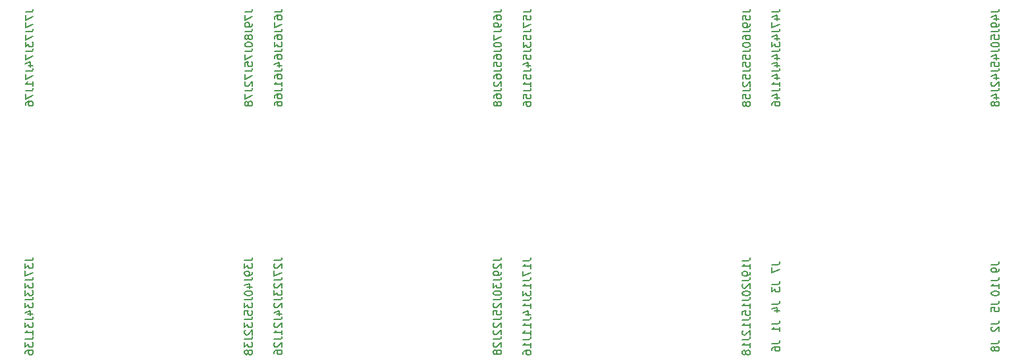
<source format=gbr>
%TF.GenerationSoftware,KiCad,Pcbnew,8.0.6*%
%TF.CreationDate,2024-11-17T13:24:28+02:00*%
%TF.ProjectId,1088as,31303838-6173-42e6-9b69-6361645f7063,rev?*%
%TF.SameCoordinates,PX4b9ebbdPY7add530*%
%TF.FileFunction,AssemblyDrawing,Bot*%
%FSLAX46Y46*%
G04 Gerber Fmt 4.6, Leading zero omitted, Abs format (unit mm)*
G04 Created by KiCad (PCBNEW 8.0.6) date 2024-11-17 13:24:28*
%MOMM*%
%LPD*%
G01*
G04 APERTURE LIST*
%ADD10C,0.150000*%
G04 APERTURE END LIST*
D10*
X33433492Y14369208D02*
X34147777Y14369208D01*
X34147777Y14369208D02*
X34290634Y14416827D01*
X34290634Y14416827D02*
X34385873Y14512065D01*
X34385873Y14512065D02*
X34433492Y14654922D01*
X34433492Y14654922D02*
X34433492Y14750160D01*
X33528730Y13940636D02*
X33481111Y13893017D01*
X33481111Y13893017D02*
X33433492Y13797779D01*
X33433492Y13797779D02*
X33433492Y13559684D01*
X33433492Y13559684D02*
X33481111Y13464446D01*
X33481111Y13464446D02*
X33528730Y13416827D01*
X33528730Y13416827D02*
X33623968Y13369208D01*
X33623968Y13369208D02*
X33719206Y13369208D01*
X33719206Y13369208D02*
X33862063Y13416827D01*
X33862063Y13416827D02*
X34433492Y13988255D01*
X34433492Y13988255D02*
X34433492Y13369208D01*
X34433492Y12416827D02*
X34433492Y12988255D01*
X34433492Y12702541D02*
X33433492Y12702541D01*
X33433492Y12702541D02*
X33576349Y12797779D01*
X33576349Y12797779D02*
X33671587Y12893017D01*
X33671587Y12893017D02*
X33719206Y12988255D01*
X93634206Y21952145D02*
X94348491Y21952145D01*
X94348491Y21952145D02*
X94491348Y21999764D01*
X94491348Y21999764D02*
X94586587Y22095002D01*
X94586587Y22095002D02*
X94634206Y22237859D01*
X94634206Y22237859D02*
X94634206Y22333097D01*
X94634206Y20952145D02*
X94634206Y21523573D01*
X94634206Y21237859D02*
X93634206Y21237859D01*
X93634206Y21237859D02*
X93777063Y21333097D01*
X93777063Y21333097D02*
X93872301Y21428335D01*
X93872301Y21428335D02*
X93919920Y21523573D01*
X94634206Y20475954D02*
X94634206Y20285478D01*
X94634206Y20285478D02*
X94586587Y20190240D01*
X94586587Y20190240D02*
X94538967Y20142621D01*
X94538967Y20142621D02*
X94396110Y20047383D01*
X94396110Y20047383D02*
X94205634Y19999764D01*
X94205634Y19999764D02*
X93824682Y19999764D01*
X93824682Y19999764D02*
X93729444Y20047383D01*
X93729444Y20047383D02*
X93681825Y20095002D01*
X93681825Y20095002D02*
X93634206Y20190240D01*
X93634206Y20190240D02*
X93634206Y20380716D01*
X93634206Y20380716D02*
X93681825Y20475954D01*
X93681825Y20475954D02*
X93729444Y20523573D01*
X93729444Y20523573D02*
X93824682Y20571192D01*
X93824682Y20571192D02*
X94062777Y20571192D01*
X94062777Y20571192D02*
X94158015Y20523573D01*
X94158015Y20523573D02*
X94205634Y20475954D01*
X94205634Y20475954D02*
X94253253Y20380716D01*
X94253253Y20380716D02*
X94253253Y20190240D01*
X94253253Y20190240D02*
X94205634Y20095002D01*
X94205634Y20095002D02*
X94158015Y20047383D01*
X94158015Y20047383D02*
X94062777Y19999764D01*
X1450792Y43854508D02*
X2165077Y43854508D01*
X2165077Y43854508D02*
X2307934Y43902127D01*
X2307934Y43902127D02*
X2403173Y43997365D01*
X2403173Y43997365D02*
X2450792Y44140222D01*
X2450792Y44140222D02*
X2450792Y44235460D01*
X1450792Y43473555D02*
X1450792Y42806889D01*
X1450792Y42806889D02*
X2450792Y43235460D01*
X1450792Y41997365D02*
X1450792Y42187841D01*
X1450792Y42187841D02*
X1498411Y42283079D01*
X1498411Y42283079D02*
X1546030Y42330698D01*
X1546030Y42330698D02*
X1688887Y42425936D01*
X1688887Y42425936D02*
X1879363Y42473555D01*
X1879363Y42473555D02*
X2260315Y42473555D01*
X2260315Y42473555D02*
X2355553Y42425936D01*
X2355553Y42425936D02*
X2403173Y42378317D01*
X2403173Y42378317D02*
X2450792Y42283079D01*
X2450792Y42283079D02*
X2450792Y42092603D01*
X2450792Y42092603D02*
X2403173Y41997365D01*
X2403173Y41997365D02*
X2355553Y41949746D01*
X2355553Y41949746D02*
X2260315Y41902127D01*
X2260315Y41902127D02*
X2022220Y41902127D01*
X2022220Y41902127D02*
X1926982Y41949746D01*
X1926982Y41949746D02*
X1879363Y41997365D01*
X1879363Y41997365D02*
X1831744Y42092603D01*
X1831744Y42092603D02*
X1831744Y42283079D01*
X1831744Y42283079D02*
X1879363Y42378317D01*
X1879363Y42378317D02*
X1926982Y42425936D01*
X1926982Y42425936D02*
X2022220Y42473555D01*
X65458792Y51445754D02*
X66173077Y51445754D01*
X66173077Y51445754D02*
X66315934Y51493373D01*
X66315934Y51493373D02*
X66411173Y51588611D01*
X66411173Y51588611D02*
X66458792Y51731468D01*
X66458792Y51731468D02*
X66458792Y51826706D01*
X65458792Y50493373D02*
X65458792Y50969563D01*
X65458792Y50969563D02*
X65934982Y51017182D01*
X65934982Y51017182D02*
X65887363Y50969563D01*
X65887363Y50969563D02*
X65839744Y50874325D01*
X65839744Y50874325D02*
X65839744Y50636230D01*
X65839744Y50636230D02*
X65887363Y50540992D01*
X65887363Y50540992D02*
X65934982Y50493373D01*
X65934982Y50493373D02*
X66030220Y50445754D01*
X66030220Y50445754D02*
X66268315Y50445754D01*
X66268315Y50445754D02*
X66363553Y50493373D01*
X66363553Y50493373D02*
X66411173Y50540992D01*
X66411173Y50540992D02*
X66458792Y50636230D01*
X66458792Y50636230D02*
X66458792Y50874325D01*
X66458792Y50874325D02*
X66411173Y50969563D01*
X66411173Y50969563D02*
X66363553Y51017182D01*
X65458792Y50112420D02*
X65458792Y49493373D01*
X65458792Y49493373D02*
X65839744Y49826706D01*
X65839744Y49826706D02*
X65839744Y49683849D01*
X65839744Y49683849D02*
X65887363Y49588611D01*
X65887363Y49588611D02*
X65934982Y49540992D01*
X65934982Y49540992D02*
X66030220Y49493373D01*
X66030220Y49493373D02*
X66268315Y49493373D01*
X66268315Y49493373D02*
X66363553Y49540992D01*
X66363553Y49540992D02*
X66411173Y49588611D01*
X66411173Y49588611D02*
X66458792Y49683849D01*
X66458792Y49683849D02*
X66458792Y49969563D01*
X66458792Y49969563D02*
X66411173Y50064801D01*
X66411173Y50064801D02*
X66363553Y50112420D01*
X65440206Y11792145D02*
X66154491Y11792145D01*
X66154491Y11792145D02*
X66297348Y11839764D01*
X66297348Y11839764D02*
X66392587Y11935002D01*
X66392587Y11935002D02*
X66440206Y12077859D01*
X66440206Y12077859D02*
X66440206Y12173097D01*
X66440206Y10792145D02*
X66440206Y11363573D01*
X66440206Y11077859D02*
X65440206Y11077859D01*
X65440206Y11077859D02*
X65583063Y11173097D01*
X65583063Y11173097D02*
X65678301Y11268335D01*
X65678301Y11268335D02*
X65725920Y11363573D01*
X65440206Y9935002D02*
X65440206Y10125478D01*
X65440206Y10125478D02*
X65487825Y10220716D01*
X65487825Y10220716D02*
X65535444Y10268335D01*
X65535444Y10268335D02*
X65678301Y10363573D01*
X65678301Y10363573D02*
X65868777Y10411192D01*
X65868777Y10411192D02*
X66249729Y10411192D01*
X66249729Y10411192D02*
X66344967Y10363573D01*
X66344967Y10363573D02*
X66392587Y10315954D01*
X66392587Y10315954D02*
X66440206Y10220716D01*
X66440206Y10220716D02*
X66440206Y10030240D01*
X66440206Y10030240D02*
X66392587Y9935002D01*
X66392587Y9935002D02*
X66344967Y9887383D01*
X66344967Y9887383D02*
X66249729Y9839764D01*
X66249729Y9839764D02*
X66011634Y9839764D01*
X66011634Y9839764D02*
X65916396Y9887383D01*
X65916396Y9887383D02*
X65868777Y9935002D01*
X65868777Y9935002D02*
X65821158Y10030240D01*
X65821158Y10030240D02*
X65821158Y10220716D01*
X65821158Y10220716D02*
X65868777Y10315954D01*
X65868777Y10315954D02*
X65916396Y10363573D01*
X65916396Y10363573D02*
X66011634Y10411192D01*
X65440206Y19412144D02*
X66154491Y19412144D01*
X66154491Y19412144D02*
X66297348Y19459763D01*
X66297348Y19459763D02*
X66392587Y19555001D01*
X66392587Y19555001D02*
X66440206Y19697858D01*
X66440206Y19697858D02*
X66440206Y19793096D01*
X66440206Y18412144D02*
X66440206Y18983572D01*
X66440206Y18697858D02*
X65440206Y18697858D01*
X65440206Y18697858D02*
X65583063Y18793096D01*
X65583063Y18793096D02*
X65678301Y18888334D01*
X65678301Y18888334D02*
X65725920Y18983572D01*
X65440206Y18078810D02*
X65440206Y17459763D01*
X65440206Y17459763D02*
X65821158Y17793096D01*
X65821158Y17793096D02*
X65821158Y17650239D01*
X65821158Y17650239D02*
X65868777Y17555001D01*
X65868777Y17555001D02*
X65916396Y17507382D01*
X65916396Y17507382D02*
X66011634Y17459763D01*
X66011634Y17459763D02*
X66249729Y17459763D01*
X66249729Y17459763D02*
X66344967Y17507382D01*
X66344967Y17507382D02*
X66392587Y17555001D01*
X66392587Y17555001D02*
X66440206Y17650239D01*
X66440206Y17650239D02*
X66440206Y17935953D01*
X66440206Y17935953D02*
X66392587Y18031191D01*
X66392587Y18031191D02*
X66344967Y18078810D01*
X125642019Y13846134D02*
X126356304Y13846134D01*
X126356304Y13846134D02*
X126499161Y13893753D01*
X126499161Y13893753D02*
X126594400Y13988991D01*
X126594400Y13988991D02*
X126642019Y14131848D01*
X126642019Y14131848D02*
X126642019Y14227086D01*
X125737257Y13417562D02*
X125689638Y13369943D01*
X125689638Y13369943D02*
X125642019Y13274705D01*
X125642019Y13274705D02*
X125642019Y13036610D01*
X125642019Y13036610D02*
X125689638Y12941372D01*
X125689638Y12941372D02*
X125737257Y12893753D01*
X125737257Y12893753D02*
X125832495Y12846134D01*
X125832495Y12846134D02*
X125927733Y12846134D01*
X125927733Y12846134D02*
X126070590Y12893753D01*
X126070590Y12893753D02*
X126642019Y13465181D01*
X126642019Y13465181D02*
X126642019Y12846134D01*
X93652792Y46365756D02*
X94367077Y46365756D01*
X94367077Y46365756D02*
X94509934Y46413375D01*
X94509934Y46413375D02*
X94605173Y46508613D01*
X94605173Y46508613D02*
X94652792Y46651470D01*
X94652792Y46651470D02*
X94652792Y46746708D01*
X93652792Y45413375D02*
X93652792Y45889565D01*
X93652792Y45889565D02*
X94128982Y45937184D01*
X94128982Y45937184D02*
X94081363Y45889565D01*
X94081363Y45889565D02*
X94033744Y45794327D01*
X94033744Y45794327D02*
X94033744Y45556232D01*
X94033744Y45556232D02*
X94081363Y45460994D01*
X94081363Y45460994D02*
X94128982Y45413375D01*
X94128982Y45413375D02*
X94224220Y45365756D01*
X94224220Y45365756D02*
X94462315Y45365756D01*
X94462315Y45365756D02*
X94557553Y45413375D01*
X94557553Y45413375D02*
X94605173Y45460994D01*
X94605173Y45460994D02*
X94652792Y45556232D01*
X94652792Y45556232D02*
X94652792Y45794327D01*
X94652792Y45794327D02*
X94605173Y45889565D01*
X94605173Y45889565D02*
X94557553Y45937184D01*
X93748030Y44984803D02*
X93700411Y44937184D01*
X93700411Y44937184D02*
X93652792Y44841946D01*
X93652792Y44841946D02*
X93652792Y44603851D01*
X93652792Y44603851D02*
X93700411Y44508613D01*
X93700411Y44508613D02*
X93748030Y44460994D01*
X93748030Y44460994D02*
X93843268Y44413375D01*
X93843268Y44413375D02*
X93938506Y44413375D01*
X93938506Y44413375D02*
X94081363Y44460994D01*
X94081363Y44460994D02*
X94652792Y45032422D01*
X94652792Y45032422D02*
X94652792Y44413375D01*
X65440206Y21952144D02*
X66154491Y21952144D01*
X66154491Y21952144D02*
X66297348Y21999763D01*
X66297348Y21999763D02*
X66392587Y22095001D01*
X66392587Y22095001D02*
X66440206Y22237858D01*
X66440206Y22237858D02*
X66440206Y22333096D01*
X66440206Y20952144D02*
X66440206Y21523572D01*
X66440206Y21237858D02*
X65440206Y21237858D01*
X65440206Y21237858D02*
X65583063Y21333096D01*
X65583063Y21333096D02*
X65678301Y21428334D01*
X65678301Y21428334D02*
X65725920Y21523572D01*
X65440206Y20618810D02*
X65440206Y19952144D01*
X65440206Y19952144D02*
X66440206Y20380715D01*
X61648792Y43835084D02*
X62363077Y43835084D01*
X62363077Y43835084D02*
X62505934Y43882703D01*
X62505934Y43882703D02*
X62601173Y43977941D01*
X62601173Y43977941D02*
X62648792Y44120798D01*
X62648792Y44120798D02*
X62648792Y44216036D01*
X61648792Y42930322D02*
X61648792Y43120798D01*
X61648792Y43120798D02*
X61696411Y43216036D01*
X61696411Y43216036D02*
X61744030Y43263655D01*
X61744030Y43263655D02*
X61886887Y43358893D01*
X61886887Y43358893D02*
X62077363Y43406512D01*
X62077363Y43406512D02*
X62458315Y43406512D01*
X62458315Y43406512D02*
X62553553Y43358893D01*
X62553553Y43358893D02*
X62601173Y43311274D01*
X62601173Y43311274D02*
X62648792Y43216036D01*
X62648792Y43216036D02*
X62648792Y43025560D01*
X62648792Y43025560D02*
X62601173Y42930322D01*
X62601173Y42930322D02*
X62553553Y42882703D01*
X62553553Y42882703D02*
X62458315Y42835084D01*
X62458315Y42835084D02*
X62220220Y42835084D01*
X62220220Y42835084D02*
X62124982Y42882703D01*
X62124982Y42882703D02*
X62077363Y42930322D01*
X62077363Y42930322D02*
X62029744Y43025560D01*
X62029744Y43025560D02*
X62029744Y43216036D01*
X62029744Y43216036D02*
X62077363Y43311274D01*
X62077363Y43311274D02*
X62124982Y43358893D01*
X62124982Y43358893D02*
X62220220Y43406512D01*
X62077363Y42263655D02*
X62029744Y42358893D01*
X62029744Y42358893D02*
X61982125Y42406512D01*
X61982125Y42406512D02*
X61886887Y42454131D01*
X61886887Y42454131D02*
X61839268Y42454131D01*
X61839268Y42454131D02*
X61744030Y42406512D01*
X61744030Y42406512D02*
X61696411Y42358893D01*
X61696411Y42358893D02*
X61648792Y42263655D01*
X61648792Y42263655D02*
X61648792Y42073179D01*
X61648792Y42073179D02*
X61696411Y41977941D01*
X61696411Y41977941D02*
X61744030Y41930322D01*
X61744030Y41930322D02*
X61839268Y41882703D01*
X61839268Y41882703D02*
X61886887Y41882703D01*
X61886887Y41882703D02*
X61982125Y41930322D01*
X61982125Y41930322D02*
X62029744Y41977941D01*
X62029744Y41977941D02*
X62077363Y42073179D01*
X62077363Y42073179D02*
X62077363Y42263655D01*
X62077363Y42263655D02*
X62124982Y42358893D01*
X62124982Y42358893D02*
X62172601Y42406512D01*
X62172601Y42406512D02*
X62267839Y42454131D01*
X62267839Y42454131D02*
X62458315Y42454131D01*
X62458315Y42454131D02*
X62553553Y42406512D01*
X62553553Y42406512D02*
X62601173Y42358893D01*
X62601173Y42358893D02*
X62648792Y42263655D01*
X62648792Y42263655D02*
X62648792Y42073179D01*
X62648792Y42073179D02*
X62601173Y41977941D01*
X62601173Y41977941D02*
X62553553Y41930322D01*
X62553553Y41930322D02*
X62458315Y41882703D01*
X62458315Y41882703D02*
X62267839Y41882703D01*
X62267839Y41882703D02*
X62172601Y41930322D01*
X62172601Y41930322D02*
X62124982Y41977941D01*
X62124982Y41977941D02*
X62077363Y42073179D01*
X1450792Y54014507D02*
X2165077Y54014507D01*
X2165077Y54014507D02*
X2307934Y54062126D01*
X2307934Y54062126D02*
X2403173Y54157364D01*
X2403173Y54157364D02*
X2450792Y54300221D01*
X2450792Y54300221D02*
X2450792Y54395459D01*
X1450792Y53633554D02*
X1450792Y52966888D01*
X1450792Y52966888D02*
X2450792Y53395459D01*
X1450792Y52681173D02*
X1450792Y52014507D01*
X1450792Y52014507D02*
X2450792Y52443078D01*
X97446492Y46385408D02*
X98160777Y46385408D01*
X98160777Y46385408D02*
X98303634Y46433027D01*
X98303634Y46433027D02*
X98398873Y46528265D01*
X98398873Y46528265D02*
X98446492Y46671122D01*
X98446492Y46671122D02*
X98446492Y46766360D01*
X97779825Y45480646D02*
X98446492Y45480646D01*
X97398873Y45718741D02*
X98113158Y45956836D01*
X98113158Y45956836D02*
X98113158Y45337789D01*
X98446492Y44433027D02*
X98446492Y45004455D01*
X98446492Y44718741D02*
X97446492Y44718741D01*
X97446492Y44718741D02*
X97589349Y44813979D01*
X97589349Y44813979D02*
X97684587Y44909217D01*
X97684587Y44909217D02*
X97732206Y45004455D01*
X1450792Y51474507D02*
X2165077Y51474507D01*
X2165077Y51474507D02*
X2307934Y51522126D01*
X2307934Y51522126D02*
X2403173Y51617364D01*
X2403173Y51617364D02*
X2450792Y51760221D01*
X2450792Y51760221D02*
X2450792Y51855459D01*
X1450792Y51093554D02*
X1450792Y50426888D01*
X1450792Y50426888D02*
X2450792Y50855459D01*
X1450792Y50141173D02*
X1450792Y49522126D01*
X1450792Y49522126D02*
X1831744Y49855459D01*
X1831744Y49855459D02*
X1831744Y49712602D01*
X1831744Y49712602D02*
X1879363Y49617364D01*
X1879363Y49617364D02*
X1926982Y49569745D01*
X1926982Y49569745D02*
X2022220Y49522126D01*
X2022220Y49522126D02*
X2260315Y49522126D01*
X2260315Y49522126D02*
X2355553Y49569745D01*
X2355553Y49569745D02*
X2403173Y49617364D01*
X2403173Y49617364D02*
X2450792Y49712602D01*
X2450792Y49712602D02*
X2450792Y49998316D01*
X2450792Y49998316D02*
X2403173Y50093554D01*
X2403173Y50093554D02*
X2355553Y50141173D01*
X61648792Y48915083D02*
X62363077Y48915083D01*
X62363077Y48915083D02*
X62505934Y48962702D01*
X62505934Y48962702D02*
X62601173Y49057940D01*
X62601173Y49057940D02*
X62648792Y49200797D01*
X62648792Y49200797D02*
X62648792Y49296035D01*
X61648792Y48010321D02*
X61648792Y48200797D01*
X61648792Y48200797D02*
X61696411Y48296035D01*
X61696411Y48296035D02*
X61744030Y48343654D01*
X61744030Y48343654D02*
X61886887Y48438892D01*
X61886887Y48438892D02*
X62077363Y48486511D01*
X62077363Y48486511D02*
X62458315Y48486511D01*
X62458315Y48486511D02*
X62553553Y48438892D01*
X62553553Y48438892D02*
X62601173Y48391273D01*
X62601173Y48391273D02*
X62648792Y48296035D01*
X62648792Y48296035D02*
X62648792Y48105559D01*
X62648792Y48105559D02*
X62601173Y48010321D01*
X62601173Y48010321D02*
X62553553Y47962702D01*
X62553553Y47962702D02*
X62458315Y47915083D01*
X62458315Y47915083D02*
X62220220Y47915083D01*
X62220220Y47915083D02*
X62124982Y47962702D01*
X62124982Y47962702D02*
X62077363Y48010321D01*
X62077363Y48010321D02*
X62029744Y48105559D01*
X62029744Y48105559D02*
X62029744Y48296035D01*
X62029744Y48296035D02*
X62077363Y48391273D01*
X62077363Y48391273D02*
X62124982Y48438892D01*
X62124982Y48438892D02*
X62220220Y48486511D01*
X61648792Y47010321D02*
X61648792Y47486511D01*
X61648792Y47486511D02*
X62124982Y47534130D01*
X62124982Y47534130D02*
X62077363Y47486511D01*
X62077363Y47486511D02*
X62029744Y47391273D01*
X62029744Y47391273D02*
X62029744Y47153178D01*
X62029744Y47153178D02*
X62077363Y47057940D01*
X62077363Y47057940D02*
X62124982Y47010321D01*
X62124982Y47010321D02*
X62220220Y46962702D01*
X62220220Y46962702D02*
X62458315Y46962702D01*
X62458315Y46962702D02*
X62553553Y47010321D01*
X62553553Y47010321D02*
X62601173Y47057940D01*
X62601173Y47057940D02*
X62648792Y47153178D01*
X62648792Y47153178D02*
X62648792Y47391273D01*
X62648792Y47391273D02*
X62601173Y47486511D01*
X62601173Y47486511D02*
X62553553Y47534130D01*
X65440206Y16872144D02*
X66154491Y16872144D01*
X66154491Y16872144D02*
X66297348Y16919763D01*
X66297348Y16919763D02*
X66392587Y17015001D01*
X66392587Y17015001D02*
X66440206Y17157858D01*
X66440206Y17157858D02*
X66440206Y17253096D01*
X66440206Y15872144D02*
X66440206Y16443572D01*
X66440206Y16157858D02*
X65440206Y16157858D01*
X65440206Y16157858D02*
X65583063Y16253096D01*
X65583063Y16253096D02*
X65678301Y16348334D01*
X65678301Y16348334D02*
X65725920Y16443572D01*
X65773539Y15015001D02*
X66440206Y15015001D01*
X65392587Y15253096D02*
X66106872Y15491191D01*
X66106872Y15491191D02*
X66106872Y14872144D01*
X33433492Y16909207D02*
X34147777Y16909207D01*
X34147777Y16909207D02*
X34290634Y16956826D01*
X34290634Y16956826D02*
X34385873Y17052064D01*
X34385873Y17052064D02*
X34433492Y17194921D01*
X34433492Y17194921D02*
X34433492Y17290159D01*
X33528730Y16480635D02*
X33481111Y16433016D01*
X33481111Y16433016D02*
X33433492Y16337778D01*
X33433492Y16337778D02*
X33433492Y16099683D01*
X33433492Y16099683D02*
X33481111Y16004445D01*
X33481111Y16004445D02*
X33528730Y15956826D01*
X33528730Y15956826D02*
X33623968Y15909207D01*
X33623968Y15909207D02*
X33719206Y15909207D01*
X33719206Y15909207D02*
X33862063Y15956826D01*
X33862063Y15956826D02*
X34433492Y16528254D01*
X34433492Y16528254D02*
X34433492Y15909207D01*
X33766825Y15052064D02*
X34433492Y15052064D01*
X33385873Y15290159D02*
X34100158Y15528254D01*
X34100158Y15528254D02*
X34100158Y14909207D01*
X93634206Y19412145D02*
X94348491Y19412145D01*
X94348491Y19412145D02*
X94491348Y19459764D01*
X94491348Y19459764D02*
X94586587Y19555002D01*
X94586587Y19555002D02*
X94634206Y19697859D01*
X94634206Y19697859D02*
X94634206Y19793097D01*
X93729444Y18983573D02*
X93681825Y18935954D01*
X93681825Y18935954D02*
X93634206Y18840716D01*
X93634206Y18840716D02*
X93634206Y18602621D01*
X93634206Y18602621D02*
X93681825Y18507383D01*
X93681825Y18507383D02*
X93729444Y18459764D01*
X93729444Y18459764D02*
X93824682Y18412145D01*
X93824682Y18412145D02*
X93919920Y18412145D01*
X93919920Y18412145D02*
X94062777Y18459764D01*
X94062777Y18459764D02*
X94634206Y19031192D01*
X94634206Y19031192D02*
X94634206Y18412145D01*
X93634206Y17793097D02*
X93634206Y17697859D01*
X93634206Y17697859D02*
X93681825Y17602621D01*
X93681825Y17602621D02*
X93729444Y17555002D01*
X93729444Y17555002D02*
X93824682Y17507383D01*
X93824682Y17507383D02*
X94015158Y17459764D01*
X94015158Y17459764D02*
X94253253Y17459764D01*
X94253253Y17459764D02*
X94443729Y17507383D01*
X94443729Y17507383D02*
X94538967Y17555002D01*
X94538967Y17555002D02*
X94586587Y17602621D01*
X94586587Y17602621D02*
X94634206Y17697859D01*
X94634206Y17697859D02*
X94634206Y17793097D01*
X94634206Y17793097D02*
X94586587Y17888335D01*
X94586587Y17888335D02*
X94538967Y17935954D01*
X94538967Y17935954D02*
X94443729Y17983573D01*
X94443729Y17983573D02*
X94253253Y18031192D01*
X94253253Y18031192D02*
X94015158Y18031192D01*
X94015158Y18031192D02*
X93824682Y17983573D01*
X93824682Y17983573D02*
X93729444Y17935954D01*
X93729444Y17935954D02*
X93681825Y17888335D01*
X93681825Y17888335D02*
X93634206Y17793097D01*
X125640492Y48925408D02*
X126354777Y48925408D01*
X126354777Y48925408D02*
X126497634Y48973027D01*
X126497634Y48973027D02*
X126592873Y49068265D01*
X126592873Y49068265D02*
X126640492Y49211122D01*
X126640492Y49211122D02*
X126640492Y49306360D01*
X125973825Y48020646D02*
X126640492Y48020646D01*
X125592873Y48258741D02*
X126307158Y48496836D01*
X126307158Y48496836D02*
X126307158Y47877789D01*
X125640492Y47020646D02*
X125640492Y47496836D01*
X125640492Y47496836D02*
X126116682Y47544455D01*
X126116682Y47544455D02*
X126069063Y47496836D01*
X126069063Y47496836D02*
X126021444Y47401598D01*
X126021444Y47401598D02*
X126021444Y47163503D01*
X126021444Y47163503D02*
X126069063Y47068265D01*
X126069063Y47068265D02*
X126116682Y47020646D01*
X126116682Y47020646D02*
X126211920Y46973027D01*
X126211920Y46973027D02*
X126450015Y46973027D01*
X126450015Y46973027D02*
X126545253Y47020646D01*
X126545253Y47020646D02*
X126592873Y47068265D01*
X126592873Y47068265D02*
X126640492Y47163503D01*
X126640492Y47163503D02*
X126640492Y47401598D01*
X126640492Y47401598D02*
X126592873Y47496836D01*
X126592873Y47496836D02*
X126545253Y47544455D01*
X33454792Y53995082D02*
X34169077Y53995082D01*
X34169077Y53995082D02*
X34311934Y54042701D01*
X34311934Y54042701D02*
X34407173Y54137939D01*
X34407173Y54137939D02*
X34454792Y54280796D01*
X34454792Y54280796D02*
X34454792Y54376034D01*
X33454792Y53090320D02*
X33454792Y53280796D01*
X33454792Y53280796D02*
X33502411Y53376034D01*
X33502411Y53376034D02*
X33550030Y53423653D01*
X33550030Y53423653D02*
X33692887Y53518891D01*
X33692887Y53518891D02*
X33883363Y53566510D01*
X33883363Y53566510D02*
X34264315Y53566510D01*
X34264315Y53566510D02*
X34359553Y53518891D01*
X34359553Y53518891D02*
X34407173Y53471272D01*
X34407173Y53471272D02*
X34454792Y53376034D01*
X34454792Y53376034D02*
X34454792Y53185558D01*
X34454792Y53185558D02*
X34407173Y53090320D01*
X34407173Y53090320D02*
X34359553Y53042701D01*
X34359553Y53042701D02*
X34264315Y52995082D01*
X34264315Y52995082D02*
X34026220Y52995082D01*
X34026220Y52995082D02*
X33930982Y53042701D01*
X33930982Y53042701D02*
X33883363Y53090320D01*
X33883363Y53090320D02*
X33835744Y53185558D01*
X33835744Y53185558D02*
X33835744Y53376034D01*
X33835744Y53376034D02*
X33883363Y53471272D01*
X33883363Y53471272D02*
X33930982Y53518891D01*
X33930982Y53518891D02*
X34026220Y53566510D01*
X33454792Y52661748D02*
X33454792Y51995082D01*
X33454792Y51995082D02*
X34454792Y52423653D01*
X33433492Y19449207D02*
X34147777Y19449207D01*
X34147777Y19449207D02*
X34290634Y19496826D01*
X34290634Y19496826D02*
X34385873Y19592064D01*
X34385873Y19592064D02*
X34433492Y19734921D01*
X34433492Y19734921D02*
X34433492Y19830159D01*
X33528730Y19020635D02*
X33481111Y18973016D01*
X33481111Y18973016D02*
X33433492Y18877778D01*
X33433492Y18877778D02*
X33433492Y18639683D01*
X33433492Y18639683D02*
X33481111Y18544445D01*
X33481111Y18544445D02*
X33528730Y18496826D01*
X33528730Y18496826D02*
X33623968Y18449207D01*
X33623968Y18449207D02*
X33719206Y18449207D01*
X33719206Y18449207D02*
X33862063Y18496826D01*
X33862063Y18496826D02*
X34433492Y19068254D01*
X34433492Y19068254D02*
X34433492Y18449207D01*
X33433492Y18115873D02*
X33433492Y17496826D01*
X33433492Y17496826D02*
X33814444Y17830159D01*
X33814444Y17830159D02*
X33814444Y17687302D01*
X33814444Y17687302D02*
X33862063Y17592064D01*
X33862063Y17592064D02*
X33909682Y17544445D01*
X33909682Y17544445D02*
X34004920Y17496826D01*
X34004920Y17496826D02*
X34243015Y17496826D01*
X34243015Y17496826D02*
X34338253Y17544445D01*
X34338253Y17544445D02*
X34385873Y17592064D01*
X34385873Y17592064D02*
X34433492Y17687302D01*
X34433492Y17687302D02*
X34433492Y17973016D01*
X34433492Y17973016D02*
X34385873Y18068254D01*
X34385873Y18068254D02*
X34338253Y18115873D01*
X61627492Y16909208D02*
X62341777Y16909208D01*
X62341777Y16909208D02*
X62484634Y16956827D01*
X62484634Y16956827D02*
X62579873Y17052065D01*
X62579873Y17052065D02*
X62627492Y17194922D01*
X62627492Y17194922D02*
X62627492Y17290160D01*
X61722730Y16480636D02*
X61675111Y16433017D01*
X61675111Y16433017D02*
X61627492Y16337779D01*
X61627492Y16337779D02*
X61627492Y16099684D01*
X61627492Y16099684D02*
X61675111Y16004446D01*
X61675111Y16004446D02*
X61722730Y15956827D01*
X61722730Y15956827D02*
X61817968Y15909208D01*
X61817968Y15909208D02*
X61913206Y15909208D01*
X61913206Y15909208D02*
X62056063Y15956827D01*
X62056063Y15956827D02*
X62627492Y16528255D01*
X62627492Y16528255D02*
X62627492Y15909208D01*
X61627492Y15004446D02*
X61627492Y15480636D01*
X61627492Y15480636D02*
X62103682Y15528255D01*
X62103682Y15528255D02*
X62056063Y15480636D01*
X62056063Y15480636D02*
X62008444Y15385398D01*
X62008444Y15385398D02*
X62008444Y15147303D01*
X62008444Y15147303D02*
X62056063Y15052065D01*
X62056063Y15052065D02*
X62103682Y15004446D01*
X62103682Y15004446D02*
X62198920Y14956827D01*
X62198920Y14956827D02*
X62437015Y14956827D01*
X62437015Y14956827D02*
X62532253Y15004446D01*
X62532253Y15004446D02*
X62579873Y15052065D01*
X62579873Y15052065D02*
X62627492Y15147303D01*
X62627492Y15147303D02*
X62627492Y15385398D01*
X62627492Y15385398D02*
X62579873Y15480636D01*
X62579873Y15480636D02*
X62532253Y15528255D01*
X125640492Y43845409D02*
X126354777Y43845409D01*
X126354777Y43845409D02*
X126497634Y43893028D01*
X126497634Y43893028D02*
X126592873Y43988266D01*
X126592873Y43988266D02*
X126640492Y44131123D01*
X126640492Y44131123D02*
X126640492Y44226361D01*
X125973825Y42940647D02*
X126640492Y42940647D01*
X125592873Y43178742D02*
X126307158Y43416837D01*
X126307158Y43416837D02*
X126307158Y42797790D01*
X126069063Y42273980D02*
X126021444Y42369218D01*
X126021444Y42369218D02*
X125973825Y42416837D01*
X125973825Y42416837D02*
X125878587Y42464456D01*
X125878587Y42464456D02*
X125830968Y42464456D01*
X125830968Y42464456D02*
X125735730Y42416837D01*
X125735730Y42416837D02*
X125688111Y42369218D01*
X125688111Y42369218D02*
X125640492Y42273980D01*
X125640492Y42273980D02*
X125640492Y42083504D01*
X125640492Y42083504D02*
X125688111Y41988266D01*
X125688111Y41988266D02*
X125735730Y41940647D01*
X125735730Y41940647D02*
X125830968Y41893028D01*
X125830968Y41893028D02*
X125878587Y41893028D01*
X125878587Y41893028D02*
X125973825Y41940647D01*
X125973825Y41940647D02*
X126021444Y41988266D01*
X126021444Y41988266D02*
X126069063Y42083504D01*
X126069063Y42083504D02*
X126069063Y42273980D01*
X126069063Y42273980D02*
X126116682Y42369218D01*
X126116682Y42369218D02*
X126164301Y42416837D01*
X126164301Y42416837D02*
X126259539Y42464456D01*
X126259539Y42464456D02*
X126450015Y42464456D01*
X126450015Y42464456D02*
X126545253Y42416837D01*
X126545253Y42416837D02*
X126592873Y42369218D01*
X126592873Y42369218D02*
X126640492Y42273980D01*
X126640492Y42273980D02*
X126640492Y42083504D01*
X126640492Y42083504D02*
X126592873Y41988266D01*
X126592873Y41988266D02*
X126545253Y41940647D01*
X126545253Y41940647D02*
X126450015Y41893028D01*
X126450015Y41893028D02*
X126259539Y41893028D01*
X126259539Y41893028D02*
X126164301Y41940647D01*
X126164301Y41940647D02*
X126116682Y41988266D01*
X126116682Y41988266D02*
X126069063Y42083504D01*
X61627492Y14369209D02*
X62341777Y14369209D01*
X62341777Y14369209D02*
X62484634Y14416828D01*
X62484634Y14416828D02*
X62579873Y14512066D01*
X62579873Y14512066D02*
X62627492Y14654923D01*
X62627492Y14654923D02*
X62627492Y14750161D01*
X61722730Y13940637D02*
X61675111Y13893018D01*
X61675111Y13893018D02*
X61627492Y13797780D01*
X61627492Y13797780D02*
X61627492Y13559685D01*
X61627492Y13559685D02*
X61675111Y13464447D01*
X61675111Y13464447D02*
X61722730Y13416828D01*
X61722730Y13416828D02*
X61817968Y13369209D01*
X61817968Y13369209D02*
X61913206Y13369209D01*
X61913206Y13369209D02*
X62056063Y13416828D01*
X62056063Y13416828D02*
X62627492Y13988256D01*
X62627492Y13988256D02*
X62627492Y13369209D01*
X61722730Y12988256D02*
X61675111Y12940637D01*
X61675111Y12940637D02*
X61627492Y12845399D01*
X61627492Y12845399D02*
X61627492Y12607304D01*
X61627492Y12607304D02*
X61675111Y12512066D01*
X61675111Y12512066D02*
X61722730Y12464447D01*
X61722730Y12464447D02*
X61817968Y12416828D01*
X61817968Y12416828D02*
X61913206Y12416828D01*
X61913206Y12416828D02*
X62056063Y12464447D01*
X62056063Y12464447D02*
X62627492Y13035875D01*
X62627492Y13035875D02*
X62627492Y12416828D01*
X97448019Y21466134D02*
X98162304Y21466134D01*
X98162304Y21466134D02*
X98305161Y21513753D01*
X98305161Y21513753D02*
X98400400Y21608991D01*
X98400400Y21608991D02*
X98448019Y21751848D01*
X98448019Y21751848D02*
X98448019Y21847086D01*
X97448019Y21085181D02*
X97448019Y20418515D01*
X97448019Y20418515D02*
X98448019Y20847086D01*
X33454792Y43835083D02*
X34169077Y43835083D01*
X34169077Y43835083D02*
X34311934Y43882702D01*
X34311934Y43882702D02*
X34407173Y43977940D01*
X34407173Y43977940D02*
X34454792Y44120797D01*
X34454792Y44120797D02*
X34454792Y44216035D01*
X33454792Y42930321D02*
X33454792Y43120797D01*
X33454792Y43120797D02*
X33502411Y43216035D01*
X33502411Y43216035D02*
X33550030Y43263654D01*
X33550030Y43263654D02*
X33692887Y43358892D01*
X33692887Y43358892D02*
X33883363Y43406511D01*
X33883363Y43406511D02*
X34264315Y43406511D01*
X34264315Y43406511D02*
X34359553Y43358892D01*
X34359553Y43358892D02*
X34407173Y43311273D01*
X34407173Y43311273D02*
X34454792Y43216035D01*
X34454792Y43216035D02*
X34454792Y43025559D01*
X34454792Y43025559D02*
X34407173Y42930321D01*
X34407173Y42930321D02*
X34359553Y42882702D01*
X34359553Y42882702D02*
X34264315Y42835083D01*
X34264315Y42835083D02*
X34026220Y42835083D01*
X34026220Y42835083D02*
X33930982Y42882702D01*
X33930982Y42882702D02*
X33883363Y42930321D01*
X33883363Y42930321D02*
X33835744Y43025559D01*
X33835744Y43025559D02*
X33835744Y43216035D01*
X33835744Y43216035D02*
X33883363Y43311273D01*
X33883363Y43311273D02*
X33930982Y43358892D01*
X33930982Y43358892D02*
X34026220Y43406511D01*
X33454792Y41977940D02*
X33454792Y42168416D01*
X33454792Y42168416D02*
X33502411Y42263654D01*
X33502411Y42263654D02*
X33550030Y42311273D01*
X33550030Y42311273D02*
X33692887Y42406511D01*
X33692887Y42406511D02*
X33883363Y42454130D01*
X33883363Y42454130D02*
X34264315Y42454130D01*
X34264315Y42454130D02*
X34359553Y42406511D01*
X34359553Y42406511D02*
X34407173Y42358892D01*
X34407173Y42358892D02*
X34454792Y42263654D01*
X34454792Y42263654D02*
X34454792Y42073178D01*
X34454792Y42073178D02*
X34407173Y41977940D01*
X34407173Y41977940D02*
X34359553Y41930321D01*
X34359553Y41930321D02*
X34264315Y41882702D01*
X34264315Y41882702D02*
X34026220Y41882702D01*
X34026220Y41882702D02*
X33930982Y41930321D01*
X33930982Y41930321D02*
X33883363Y41977940D01*
X33883363Y41977940D02*
X33835744Y42073178D01*
X33835744Y42073178D02*
X33835744Y42263654D01*
X33835744Y42263654D02*
X33883363Y42358892D01*
X33883363Y42358892D02*
X33930982Y42406511D01*
X33930982Y42406511D02*
X34026220Y42454130D01*
X61627492Y19449208D02*
X62341777Y19449208D01*
X62341777Y19449208D02*
X62484634Y19496827D01*
X62484634Y19496827D02*
X62579873Y19592065D01*
X62579873Y19592065D02*
X62627492Y19734922D01*
X62627492Y19734922D02*
X62627492Y19830160D01*
X61627492Y19068255D02*
X61627492Y18449208D01*
X61627492Y18449208D02*
X62008444Y18782541D01*
X62008444Y18782541D02*
X62008444Y18639684D01*
X62008444Y18639684D02*
X62056063Y18544446D01*
X62056063Y18544446D02*
X62103682Y18496827D01*
X62103682Y18496827D02*
X62198920Y18449208D01*
X62198920Y18449208D02*
X62437015Y18449208D01*
X62437015Y18449208D02*
X62532253Y18496827D01*
X62532253Y18496827D02*
X62579873Y18544446D01*
X62579873Y18544446D02*
X62627492Y18639684D01*
X62627492Y18639684D02*
X62627492Y18925398D01*
X62627492Y18925398D02*
X62579873Y19020636D01*
X62579873Y19020636D02*
X62532253Y19068255D01*
X61627492Y17830160D02*
X61627492Y17734922D01*
X61627492Y17734922D02*
X61675111Y17639684D01*
X61675111Y17639684D02*
X61722730Y17592065D01*
X61722730Y17592065D02*
X61817968Y17544446D01*
X61817968Y17544446D02*
X62008444Y17496827D01*
X62008444Y17496827D02*
X62246539Y17496827D01*
X62246539Y17496827D02*
X62437015Y17544446D01*
X62437015Y17544446D02*
X62532253Y17592065D01*
X62532253Y17592065D02*
X62579873Y17639684D01*
X62579873Y17639684D02*
X62627492Y17734922D01*
X62627492Y17734922D02*
X62627492Y17830160D01*
X62627492Y17830160D02*
X62579873Y17925398D01*
X62579873Y17925398D02*
X62532253Y17973017D01*
X62532253Y17973017D02*
X62437015Y18020636D01*
X62437015Y18020636D02*
X62246539Y18068255D01*
X62246539Y18068255D02*
X62008444Y18068255D01*
X62008444Y18068255D02*
X61817968Y18020636D01*
X61817968Y18020636D02*
X61722730Y17973017D01*
X61722730Y17973017D02*
X61675111Y17925398D01*
X61675111Y17925398D02*
X61627492Y17830160D01*
X1443842Y14365108D02*
X2158127Y14365108D01*
X2158127Y14365108D02*
X2300984Y14412727D01*
X2300984Y14412727D02*
X2396223Y14507965D01*
X2396223Y14507965D02*
X2443842Y14650822D01*
X2443842Y14650822D02*
X2443842Y14746060D01*
X1443842Y13984155D02*
X1443842Y13365108D01*
X1443842Y13365108D02*
X1824794Y13698441D01*
X1824794Y13698441D02*
X1824794Y13555584D01*
X1824794Y13555584D02*
X1872413Y13460346D01*
X1872413Y13460346D02*
X1920032Y13412727D01*
X1920032Y13412727D02*
X2015270Y13365108D01*
X2015270Y13365108D02*
X2253365Y13365108D01*
X2253365Y13365108D02*
X2348603Y13412727D01*
X2348603Y13412727D02*
X2396223Y13460346D01*
X2396223Y13460346D02*
X2443842Y13555584D01*
X2443842Y13555584D02*
X2443842Y13841298D01*
X2443842Y13841298D02*
X2396223Y13936536D01*
X2396223Y13936536D02*
X2348603Y13984155D01*
X2443842Y12412727D02*
X2443842Y12984155D01*
X2443842Y12698441D02*
X1443842Y12698441D01*
X1443842Y12698441D02*
X1586699Y12793679D01*
X1586699Y12793679D02*
X1681937Y12888917D01*
X1681937Y12888917D02*
X1729556Y12984155D01*
X97446492Y43845408D02*
X98160777Y43845408D01*
X98160777Y43845408D02*
X98303634Y43893027D01*
X98303634Y43893027D02*
X98398873Y43988265D01*
X98398873Y43988265D02*
X98446492Y44131122D01*
X98446492Y44131122D02*
X98446492Y44226360D01*
X97779825Y42940646D02*
X98446492Y42940646D01*
X97398873Y43178741D02*
X98113158Y43416836D01*
X98113158Y43416836D02*
X98113158Y42797789D01*
X97446492Y41988265D02*
X97446492Y42178741D01*
X97446492Y42178741D02*
X97494111Y42273979D01*
X97494111Y42273979D02*
X97541730Y42321598D01*
X97541730Y42321598D02*
X97684587Y42416836D01*
X97684587Y42416836D02*
X97875063Y42464455D01*
X97875063Y42464455D02*
X98256015Y42464455D01*
X98256015Y42464455D02*
X98351253Y42416836D01*
X98351253Y42416836D02*
X98398873Y42369217D01*
X98398873Y42369217D02*
X98446492Y42273979D01*
X98446492Y42273979D02*
X98446492Y42083503D01*
X98446492Y42083503D02*
X98398873Y41988265D01*
X98398873Y41988265D02*
X98351253Y41940646D01*
X98351253Y41940646D02*
X98256015Y41893027D01*
X98256015Y41893027D02*
X98017920Y41893027D01*
X98017920Y41893027D02*
X97922682Y41940646D01*
X97922682Y41940646D02*
X97875063Y41988265D01*
X97875063Y41988265D02*
X97827444Y42083503D01*
X97827444Y42083503D02*
X97827444Y42273979D01*
X97827444Y42273979D02*
X97875063Y42369217D01*
X97875063Y42369217D02*
X97922682Y42416836D01*
X97922682Y42416836D02*
X98017920Y42464455D01*
X1443842Y16905107D02*
X2158127Y16905107D01*
X2158127Y16905107D02*
X2300984Y16952726D01*
X2300984Y16952726D02*
X2396223Y17047964D01*
X2396223Y17047964D02*
X2443842Y17190821D01*
X2443842Y17190821D02*
X2443842Y17286059D01*
X1443842Y16524154D02*
X1443842Y15905107D01*
X1443842Y15905107D02*
X1824794Y16238440D01*
X1824794Y16238440D02*
X1824794Y16095583D01*
X1824794Y16095583D02*
X1872413Y16000345D01*
X1872413Y16000345D02*
X1920032Y15952726D01*
X1920032Y15952726D02*
X2015270Y15905107D01*
X2015270Y15905107D02*
X2253365Y15905107D01*
X2253365Y15905107D02*
X2348603Y15952726D01*
X2348603Y15952726D02*
X2396223Y16000345D01*
X2396223Y16000345D02*
X2443842Y16095583D01*
X2443842Y16095583D02*
X2443842Y16381297D01*
X2443842Y16381297D02*
X2396223Y16476535D01*
X2396223Y16476535D02*
X2348603Y16524154D01*
X1777175Y15047964D02*
X2443842Y15047964D01*
X1396223Y15286059D02*
X2110508Y15524154D01*
X2110508Y15524154D02*
X2110508Y14905107D01*
X97446492Y54005407D02*
X98160777Y54005407D01*
X98160777Y54005407D02*
X98303634Y54053026D01*
X98303634Y54053026D02*
X98398873Y54148264D01*
X98398873Y54148264D02*
X98446492Y54291121D01*
X98446492Y54291121D02*
X98446492Y54386359D01*
X97779825Y53100645D02*
X98446492Y53100645D01*
X97398873Y53338740D02*
X98113158Y53576835D01*
X98113158Y53576835D02*
X98113158Y52957788D01*
X97446492Y52672073D02*
X97446492Y52005407D01*
X97446492Y52005407D02*
X98446492Y52433978D01*
X29644792Y54014508D02*
X30359077Y54014508D01*
X30359077Y54014508D02*
X30501934Y54062127D01*
X30501934Y54062127D02*
X30597173Y54157365D01*
X30597173Y54157365D02*
X30644792Y54300222D01*
X30644792Y54300222D02*
X30644792Y54395460D01*
X29644792Y53633555D02*
X29644792Y52966889D01*
X29644792Y52966889D02*
X30644792Y53395460D01*
X30644792Y52538317D02*
X30644792Y52347841D01*
X30644792Y52347841D02*
X30597173Y52252603D01*
X30597173Y52252603D02*
X30549553Y52204984D01*
X30549553Y52204984D02*
X30406696Y52109746D01*
X30406696Y52109746D02*
X30216220Y52062127D01*
X30216220Y52062127D02*
X29835268Y52062127D01*
X29835268Y52062127D02*
X29740030Y52109746D01*
X29740030Y52109746D02*
X29692411Y52157365D01*
X29692411Y52157365D02*
X29644792Y52252603D01*
X29644792Y52252603D02*
X29644792Y52443079D01*
X29644792Y52443079D02*
X29692411Y52538317D01*
X29692411Y52538317D02*
X29740030Y52585936D01*
X29740030Y52585936D02*
X29835268Y52633555D01*
X29835268Y52633555D02*
X30073363Y52633555D01*
X30073363Y52633555D02*
X30168601Y52585936D01*
X30168601Y52585936D02*
X30216220Y52538317D01*
X30216220Y52538317D02*
X30263839Y52443079D01*
X30263839Y52443079D02*
X30263839Y52252603D01*
X30263839Y52252603D02*
X30216220Y52157365D01*
X30216220Y52157365D02*
X30168601Y52109746D01*
X30168601Y52109746D02*
X30073363Y52062127D01*
X29637842Y19445108D02*
X30352127Y19445108D01*
X30352127Y19445108D02*
X30494984Y19492727D01*
X30494984Y19492727D02*
X30590223Y19587965D01*
X30590223Y19587965D02*
X30637842Y19730822D01*
X30637842Y19730822D02*
X30637842Y19826060D01*
X29971175Y18540346D02*
X30637842Y18540346D01*
X29590223Y18778441D02*
X30304508Y19016536D01*
X30304508Y19016536D02*
X30304508Y18397489D01*
X29637842Y17826060D02*
X29637842Y17730822D01*
X29637842Y17730822D02*
X29685461Y17635584D01*
X29685461Y17635584D02*
X29733080Y17587965D01*
X29733080Y17587965D02*
X29828318Y17540346D01*
X29828318Y17540346D02*
X30018794Y17492727D01*
X30018794Y17492727D02*
X30256889Y17492727D01*
X30256889Y17492727D02*
X30447365Y17540346D01*
X30447365Y17540346D02*
X30542603Y17587965D01*
X30542603Y17587965D02*
X30590223Y17635584D01*
X30590223Y17635584D02*
X30637842Y17730822D01*
X30637842Y17730822D02*
X30637842Y17826060D01*
X30637842Y17826060D02*
X30590223Y17921298D01*
X30590223Y17921298D02*
X30542603Y17968917D01*
X30542603Y17968917D02*
X30447365Y18016536D01*
X30447365Y18016536D02*
X30256889Y18064155D01*
X30256889Y18064155D02*
X30018794Y18064155D01*
X30018794Y18064155D02*
X29828318Y18016536D01*
X29828318Y18016536D02*
X29733080Y17968917D01*
X29733080Y17968917D02*
X29685461Y17921298D01*
X29685461Y17921298D02*
X29637842Y17826060D01*
X33454792Y48915082D02*
X34169077Y48915082D01*
X34169077Y48915082D02*
X34311934Y48962701D01*
X34311934Y48962701D02*
X34407173Y49057939D01*
X34407173Y49057939D02*
X34454792Y49200796D01*
X34454792Y49200796D02*
X34454792Y49296034D01*
X33454792Y48010320D02*
X33454792Y48200796D01*
X33454792Y48200796D02*
X33502411Y48296034D01*
X33502411Y48296034D02*
X33550030Y48343653D01*
X33550030Y48343653D02*
X33692887Y48438891D01*
X33692887Y48438891D02*
X33883363Y48486510D01*
X33883363Y48486510D02*
X34264315Y48486510D01*
X34264315Y48486510D02*
X34359553Y48438891D01*
X34359553Y48438891D02*
X34407173Y48391272D01*
X34407173Y48391272D02*
X34454792Y48296034D01*
X34454792Y48296034D02*
X34454792Y48105558D01*
X34454792Y48105558D02*
X34407173Y48010320D01*
X34407173Y48010320D02*
X34359553Y47962701D01*
X34359553Y47962701D02*
X34264315Y47915082D01*
X34264315Y47915082D02*
X34026220Y47915082D01*
X34026220Y47915082D02*
X33930982Y47962701D01*
X33930982Y47962701D02*
X33883363Y48010320D01*
X33883363Y48010320D02*
X33835744Y48105558D01*
X33835744Y48105558D02*
X33835744Y48296034D01*
X33835744Y48296034D02*
X33883363Y48391272D01*
X33883363Y48391272D02*
X33930982Y48438891D01*
X33930982Y48438891D02*
X34026220Y48486510D01*
X33788125Y47057939D02*
X34454792Y47057939D01*
X33407173Y47296034D02*
X34121458Y47534129D01*
X34121458Y47534129D02*
X34121458Y46915082D01*
X97446492Y51465407D02*
X98160777Y51465407D01*
X98160777Y51465407D02*
X98303634Y51513026D01*
X98303634Y51513026D02*
X98398873Y51608264D01*
X98398873Y51608264D02*
X98446492Y51751121D01*
X98446492Y51751121D02*
X98446492Y51846359D01*
X97779825Y50560645D02*
X98446492Y50560645D01*
X97398873Y50798740D02*
X98113158Y51036835D01*
X98113158Y51036835D02*
X98113158Y50417788D01*
X97446492Y50132073D02*
X97446492Y49513026D01*
X97446492Y49513026D02*
X97827444Y49846359D01*
X97827444Y49846359D02*
X97827444Y49703502D01*
X97827444Y49703502D02*
X97875063Y49608264D01*
X97875063Y49608264D02*
X97922682Y49560645D01*
X97922682Y49560645D02*
X98017920Y49513026D01*
X98017920Y49513026D02*
X98256015Y49513026D01*
X98256015Y49513026D02*
X98351253Y49560645D01*
X98351253Y49560645D02*
X98398873Y49608264D01*
X98398873Y49608264D02*
X98446492Y49703502D01*
X98446492Y49703502D02*
X98446492Y49989216D01*
X98446492Y49989216D02*
X98398873Y50084454D01*
X98398873Y50084454D02*
X98351253Y50132073D01*
X61648792Y53995083D02*
X62363077Y53995083D01*
X62363077Y53995083D02*
X62505934Y54042702D01*
X62505934Y54042702D02*
X62601173Y54137940D01*
X62601173Y54137940D02*
X62648792Y54280797D01*
X62648792Y54280797D02*
X62648792Y54376035D01*
X61648792Y53090321D02*
X61648792Y53280797D01*
X61648792Y53280797D02*
X61696411Y53376035D01*
X61696411Y53376035D02*
X61744030Y53423654D01*
X61744030Y53423654D02*
X61886887Y53518892D01*
X61886887Y53518892D02*
X62077363Y53566511D01*
X62077363Y53566511D02*
X62458315Y53566511D01*
X62458315Y53566511D02*
X62553553Y53518892D01*
X62553553Y53518892D02*
X62601173Y53471273D01*
X62601173Y53471273D02*
X62648792Y53376035D01*
X62648792Y53376035D02*
X62648792Y53185559D01*
X62648792Y53185559D02*
X62601173Y53090321D01*
X62601173Y53090321D02*
X62553553Y53042702D01*
X62553553Y53042702D02*
X62458315Y52995083D01*
X62458315Y52995083D02*
X62220220Y52995083D01*
X62220220Y52995083D02*
X62124982Y53042702D01*
X62124982Y53042702D02*
X62077363Y53090321D01*
X62077363Y53090321D02*
X62029744Y53185559D01*
X62029744Y53185559D02*
X62029744Y53376035D01*
X62029744Y53376035D02*
X62077363Y53471273D01*
X62077363Y53471273D02*
X62124982Y53518892D01*
X62124982Y53518892D02*
X62220220Y53566511D01*
X62648792Y52518892D02*
X62648792Y52328416D01*
X62648792Y52328416D02*
X62601173Y52233178D01*
X62601173Y52233178D02*
X62553553Y52185559D01*
X62553553Y52185559D02*
X62410696Y52090321D01*
X62410696Y52090321D02*
X62220220Y52042702D01*
X62220220Y52042702D02*
X61839268Y52042702D01*
X61839268Y52042702D02*
X61744030Y52090321D01*
X61744030Y52090321D02*
X61696411Y52137940D01*
X61696411Y52137940D02*
X61648792Y52233178D01*
X61648792Y52233178D02*
X61648792Y52423654D01*
X61648792Y52423654D02*
X61696411Y52518892D01*
X61696411Y52518892D02*
X61744030Y52566511D01*
X61744030Y52566511D02*
X61839268Y52614130D01*
X61839268Y52614130D02*
X62077363Y52614130D01*
X62077363Y52614130D02*
X62172601Y52566511D01*
X62172601Y52566511D02*
X62220220Y52518892D01*
X62220220Y52518892D02*
X62267839Y52423654D01*
X62267839Y52423654D02*
X62267839Y52233178D01*
X62267839Y52233178D02*
X62220220Y52137940D01*
X62220220Y52137940D02*
X62172601Y52090321D01*
X62172601Y52090321D02*
X62077363Y52042702D01*
X97448019Y11306134D02*
X98162304Y11306134D01*
X98162304Y11306134D02*
X98305161Y11353753D01*
X98305161Y11353753D02*
X98400400Y11448991D01*
X98400400Y11448991D02*
X98448019Y11591848D01*
X98448019Y11591848D02*
X98448019Y11687086D01*
X97448019Y10401372D02*
X97448019Y10591848D01*
X97448019Y10591848D02*
X97495638Y10687086D01*
X97495638Y10687086D02*
X97543257Y10734705D01*
X97543257Y10734705D02*
X97686114Y10829943D01*
X97686114Y10829943D02*
X97876590Y10877562D01*
X97876590Y10877562D02*
X98257542Y10877562D01*
X98257542Y10877562D02*
X98352780Y10829943D01*
X98352780Y10829943D02*
X98400400Y10782324D01*
X98400400Y10782324D02*
X98448019Y10687086D01*
X98448019Y10687086D02*
X98448019Y10496610D01*
X98448019Y10496610D02*
X98400400Y10401372D01*
X98400400Y10401372D02*
X98352780Y10353753D01*
X98352780Y10353753D02*
X98257542Y10306134D01*
X98257542Y10306134D02*
X98019447Y10306134D01*
X98019447Y10306134D02*
X97924209Y10353753D01*
X97924209Y10353753D02*
X97876590Y10401372D01*
X97876590Y10401372D02*
X97828971Y10496610D01*
X97828971Y10496610D02*
X97828971Y10687086D01*
X97828971Y10687086D02*
X97876590Y10782324D01*
X97876590Y10782324D02*
X97924209Y10829943D01*
X97924209Y10829943D02*
X98019447Y10877562D01*
X29637842Y16905108D02*
X30352127Y16905108D01*
X30352127Y16905108D02*
X30494984Y16952727D01*
X30494984Y16952727D02*
X30590223Y17047965D01*
X30590223Y17047965D02*
X30637842Y17190822D01*
X30637842Y17190822D02*
X30637842Y17286060D01*
X29637842Y16524155D02*
X29637842Y15905108D01*
X29637842Y15905108D02*
X30018794Y16238441D01*
X30018794Y16238441D02*
X30018794Y16095584D01*
X30018794Y16095584D02*
X30066413Y16000346D01*
X30066413Y16000346D02*
X30114032Y15952727D01*
X30114032Y15952727D02*
X30209270Y15905108D01*
X30209270Y15905108D02*
X30447365Y15905108D01*
X30447365Y15905108D02*
X30542603Y15952727D01*
X30542603Y15952727D02*
X30590223Y16000346D01*
X30590223Y16000346D02*
X30637842Y16095584D01*
X30637842Y16095584D02*
X30637842Y16381298D01*
X30637842Y16381298D02*
X30590223Y16476536D01*
X30590223Y16476536D02*
X30542603Y16524155D01*
X29637842Y15000346D02*
X29637842Y15476536D01*
X29637842Y15476536D02*
X30114032Y15524155D01*
X30114032Y15524155D02*
X30066413Y15476536D01*
X30066413Y15476536D02*
X30018794Y15381298D01*
X30018794Y15381298D02*
X30018794Y15143203D01*
X30018794Y15143203D02*
X30066413Y15047965D01*
X30066413Y15047965D02*
X30114032Y15000346D01*
X30114032Y15000346D02*
X30209270Y14952727D01*
X30209270Y14952727D02*
X30447365Y14952727D01*
X30447365Y14952727D02*
X30542603Y15000346D01*
X30542603Y15000346D02*
X30590223Y15047965D01*
X30590223Y15047965D02*
X30637842Y15143203D01*
X30637842Y15143203D02*
X30637842Y15381298D01*
X30637842Y15381298D02*
X30590223Y15476536D01*
X30590223Y15476536D02*
X30542603Y15524155D01*
X97446492Y48925407D02*
X98160777Y48925407D01*
X98160777Y48925407D02*
X98303634Y48973026D01*
X98303634Y48973026D02*
X98398873Y49068264D01*
X98398873Y49068264D02*
X98446492Y49211121D01*
X98446492Y49211121D02*
X98446492Y49306359D01*
X97779825Y48020645D02*
X98446492Y48020645D01*
X97398873Y48258740D02*
X98113158Y48496835D01*
X98113158Y48496835D02*
X98113158Y47877788D01*
X97779825Y47068264D02*
X98446492Y47068264D01*
X97398873Y47306359D02*
X98113158Y47544454D01*
X98113158Y47544454D02*
X98113158Y46925407D01*
X93652792Y43825756D02*
X94367077Y43825756D01*
X94367077Y43825756D02*
X94509934Y43873375D01*
X94509934Y43873375D02*
X94605173Y43968613D01*
X94605173Y43968613D02*
X94652792Y44111470D01*
X94652792Y44111470D02*
X94652792Y44206708D01*
X93652792Y42873375D02*
X93652792Y43349565D01*
X93652792Y43349565D02*
X94128982Y43397184D01*
X94128982Y43397184D02*
X94081363Y43349565D01*
X94081363Y43349565D02*
X94033744Y43254327D01*
X94033744Y43254327D02*
X94033744Y43016232D01*
X94033744Y43016232D02*
X94081363Y42920994D01*
X94081363Y42920994D02*
X94128982Y42873375D01*
X94128982Y42873375D02*
X94224220Y42825756D01*
X94224220Y42825756D02*
X94462315Y42825756D01*
X94462315Y42825756D02*
X94557553Y42873375D01*
X94557553Y42873375D02*
X94605173Y42920994D01*
X94605173Y42920994D02*
X94652792Y43016232D01*
X94652792Y43016232D02*
X94652792Y43254327D01*
X94652792Y43254327D02*
X94605173Y43349565D01*
X94605173Y43349565D02*
X94557553Y43397184D01*
X94081363Y42254327D02*
X94033744Y42349565D01*
X94033744Y42349565D02*
X93986125Y42397184D01*
X93986125Y42397184D02*
X93890887Y42444803D01*
X93890887Y42444803D02*
X93843268Y42444803D01*
X93843268Y42444803D02*
X93748030Y42397184D01*
X93748030Y42397184D02*
X93700411Y42349565D01*
X93700411Y42349565D02*
X93652792Y42254327D01*
X93652792Y42254327D02*
X93652792Y42063851D01*
X93652792Y42063851D02*
X93700411Y41968613D01*
X93700411Y41968613D02*
X93748030Y41920994D01*
X93748030Y41920994D02*
X93843268Y41873375D01*
X93843268Y41873375D02*
X93890887Y41873375D01*
X93890887Y41873375D02*
X93986125Y41920994D01*
X93986125Y41920994D02*
X94033744Y41968613D01*
X94033744Y41968613D02*
X94081363Y42063851D01*
X94081363Y42063851D02*
X94081363Y42254327D01*
X94081363Y42254327D02*
X94128982Y42349565D01*
X94128982Y42349565D02*
X94176601Y42397184D01*
X94176601Y42397184D02*
X94271839Y42444803D01*
X94271839Y42444803D02*
X94462315Y42444803D01*
X94462315Y42444803D02*
X94557553Y42397184D01*
X94557553Y42397184D02*
X94605173Y42349565D01*
X94605173Y42349565D02*
X94652792Y42254327D01*
X94652792Y42254327D02*
X94652792Y42063851D01*
X94652792Y42063851D02*
X94605173Y41968613D01*
X94605173Y41968613D02*
X94557553Y41920994D01*
X94557553Y41920994D02*
X94462315Y41873375D01*
X94462315Y41873375D02*
X94271839Y41873375D01*
X94271839Y41873375D02*
X94176601Y41920994D01*
X94176601Y41920994D02*
X94128982Y41968613D01*
X94128982Y41968613D02*
X94081363Y42063851D01*
X29637842Y14365109D02*
X30352127Y14365109D01*
X30352127Y14365109D02*
X30494984Y14412728D01*
X30494984Y14412728D02*
X30590223Y14507966D01*
X30590223Y14507966D02*
X30637842Y14650823D01*
X30637842Y14650823D02*
X30637842Y14746061D01*
X29637842Y13984156D02*
X29637842Y13365109D01*
X29637842Y13365109D02*
X30018794Y13698442D01*
X30018794Y13698442D02*
X30018794Y13555585D01*
X30018794Y13555585D02*
X30066413Y13460347D01*
X30066413Y13460347D02*
X30114032Y13412728D01*
X30114032Y13412728D02*
X30209270Y13365109D01*
X30209270Y13365109D02*
X30447365Y13365109D01*
X30447365Y13365109D02*
X30542603Y13412728D01*
X30542603Y13412728D02*
X30590223Y13460347D01*
X30590223Y13460347D02*
X30637842Y13555585D01*
X30637842Y13555585D02*
X30637842Y13841299D01*
X30637842Y13841299D02*
X30590223Y13936537D01*
X30590223Y13936537D02*
X30542603Y13984156D01*
X29733080Y12984156D02*
X29685461Y12936537D01*
X29685461Y12936537D02*
X29637842Y12841299D01*
X29637842Y12841299D02*
X29637842Y12603204D01*
X29637842Y12603204D02*
X29685461Y12507966D01*
X29685461Y12507966D02*
X29733080Y12460347D01*
X29733080Y12460347D02*
X29828318Y12412728D01*
X29828318Y12412728D02*
X29923556Y12412728D01*
X29923556Y12412728D02*
X30066413Y12460347D01*
X30066413Y12460347D02*
X30637842Y13031775D01*
X30637842Y13031775D02*
X30637842Y12412728D01*
X33454792Y46375083D02*
X34169077Y46375083D01*
X34169077Y46375083D02*
X34311934Y46422702D01*
X34311934Y46422702D02*
X34407173Y46517940D01*
X34407173Y46517940D02*
X34454792Y46660797D01*
X34454792Y46660797D02*
X34454792Y46756035D01*
X33454792Y45470321D02*
X33454792Y45660797D01*
X33454792Y45660797D02*
X33502411Y45756035D01*
X33502411Y45756035D02*
X33550030Y45803654D01*
X33550030Y45803654D02*
X33692887Y45898892D01*
X33692887Y45898892D02*
X33883363Y45946511D01*
X33883363Y45946511D02*
X34264315Y45946511D01*
X34264315Y45946511D02*
X34359553Y45898892D01*
X34359553Y45898892D02*
X34407173Y45851273D01*
X34407173Y45851273D02*
X34454792Y45756035D01*
X34454792Y45756035D02*
X34454792Y45565559D01*
X34454792Y45565559D02*
X34407173Y45470321D01*
X34407173Y45470321D02*
X34359553Y45422702D01*
X34359553Y45422702D02*
X34264315Y45375083D01*
X34264315Y45375083D02*
X34026220Y45375083D01*
X34026220Y45375083D02*
X33930982Y45422702D01*
X33930982Y45422702D02*
X33883363Y45470321D01*
X33883363Y45470321D02*
X33835744Y45565559D01*
X33835744Y45565559D02*
X33835744Y45756035D01*
X33835744Y45756035D02*
X33883363Y45851273D01*
X33883363Y45851273D02*
X33930982Y45898892D01*
X33930982Y45898892D02*
X34026220Y45946511D01*
X34454792Y44422702D02*
X34454792Y44994130D01*
X34454792Y44708416D02*
X33454792Y44708416D01*
X33454792Y44708416D02*
X33597649Y44803654D01*
X33597649Y44803654D02*
X33692887Y44898892D01*
X33692887Y44898892D02*
X33740506Y44994130D01*
X97448019Y18926134D02*
X98162304Y18926134D01*
X98162304Y18926134D02*
X98305161Y18973753D01*
X98305161Y18973753D02*
X98400400Y19068991D01*
X98400400Y19068991D02*
X98448019Y19211848D01*
X98448019Y19211848D02*
X98448019Y19307086D01*
X97448019Y18545181D02*
X97448019Y17926134D01*
X97448019Y17926134D02*
X97828971Y18259467D01*
X97828971Y18259467D02*
X97828971Y18116610D01*
X97828971Y18116610D02*
X97876590Y18021372D01*
X97876590Y18021372D02*
X97924209Y17973753D01*
X97924209Y17973753D02*
X98019447Y17926134D01*
X98019447Y17926134D02*
X98257542Y17926134D01*
X98257542Y17926134D02*
X98352780Y17973753D01*
X98352780Y17973753D02*
X98400400Y18021372D01*
X98400400Y18021372D02*
X98448019Y18116610D01*
X98448019Y18116610D02*
X98448019Y18402324D01*
X98448019Y18402324D02*
X98400400Y18497562D01*
X98400400Y18497562D02*
X98352780Y18545181D01*
X29644792Y48934508D02*
X30359077Y48934508D01*
X30359077Y48934508D02*
X30501934Y48982127D01*
X30501934Y48982127D02*
X30597173Y49077365D01*
X30597173Y49077365D02*
X30644792Y49220222D01*
X30644792Y49220222D02*
X30644792Y49315460D01*
X29644792Y48553555D02*
X29644792Y47886889D01*
X29644792Y47886889D02*
X30644792Y48315460D01*
X29644792Y47029746D02*
X29644792Y47505936D01*
X29644792Y47505936D02*
X30120982Y47553555D01*
X30120982Y47553555D02*
X30073363Y47505936D01*
X30073363Y47505936D02*
X30025744Y47410698D01*
X30025744Y47410698D02*
X30025744Y47172603D01*
X30025744Y47172603D02*
X30073363Y47077365D01*
X30073363Y47077365D02*
X30120982Y47029746D01*
X30120982Y47029746D02*
X30216220Y46982127D01*
X30216220Y46982127D02*
X30454315Y46982127D01*
X30454315Y46982127D02*
X30549553Y47029746D01*
X30549553Y47029746D02*
X30597173Y47077365D01*
X30597173Y47077365D02*
X30644792Y47172603D01*
X30644792Y47172603D02*
X30644792Y47410698D01*
X30644792Y47410698D02*
X30597173Y47505936D01*
X30597173Y47505936D02*
X30549553Y47553555D01*
X33454792Y51455082D02*
X34169077Y51455082D01*
X34169077Y51455082D02*
X34311934Y51502701D01*
X34311934Y51502701D02*
X34407173Y51597939D01*
X34407173Y51597939D02*
X34454792Y51740796D01*
X34454792Y51740796D02*
X34454792Y51836034D01*
X33454792Y50550320D02*
X33454792Y50740796D01*
X33454792Y50740796D02*
X33502411Y50836034D01*
X33502411Y50836034D02*
X33550030Y50883653D01*
X33550030Y50883653D02*
X33692887Y50978891D01*
X33692887Y50978891D02*
X33883363Y51026510D01*
X33883363Y51026510D02*
X34264315Y51026510D01*
X34264315Y51026510D02*
X34359553Y50978891D01*
X34359553Y50978891D02*
X34407173Y50931272D01*
X34407173Y50931272D02*
X34454792Y50836034D01*
X34454792Y50836034D02*
X34454792Y50645558D01*
X34454792Y50645558D02*
X34407173Y50550320D01*
X34407173Y50550320D02*
X34359553Y50502701D01*
X34359553Y50502701D02*
X34264315Y50455082D01*
X34264315Y50455082D02*
X34026220Y50455082D01*
X34026220Y50455082D02*
X33930982Y50502701D01*
X33930982Y50502701D02*
X33883363Y50550320D01*
X33883363Y50550320D02*
X33835744Y50645558D01*
X33835744Y50645558D02*
X33835744Y50836034D01*
X33835744Y50836034D02*
X33883363Y50931272D01*
X33883363Y50931272D02*
X33930982Y50978891D01*
X33930982Y50978891D02*
X34026220Y51026510D01*
X33454792Y50121748D02*
X33454792Y49502701D01*
X33454792Y49502701D02*
X33835744Y49836034D01*
X33835744Y49836034D02*
X33835744Y49693177D01*
X33835744Y49693177D02*
X33883363Y49597939D01*
X33883363Y49597939D02*
X33930982Y49550320D01*
X33930982Y49550320D02*
X34026220Y49502701D01*
X34026220Y49502701D02*
X34264315Y49502701D01*
X34264315Y49502701D02*
X34359553Y49550320D01*
X34359553Y49550320D02*
X34407173Y49597939D01*
X34407173Y49597939D02*
X34454792Y49693177D01*
X34454792Y49693177D02*
X34454792Y49978891D01*
X34454792Y49978891D02*
X34407173Y50074129D01*
X34407173Y50074129D02*
X34359553Y50121748D01*
X29637842Y21985108D02*
X30352127Y21985108D01*
X30352127Y21985108D02*
X30494984Y22032727D01*
X30494984Y22032727D02*
X30590223Y22127965D01*
X30590223Y22127965D02*
X30637842Y22270822D01*
X30637842Y22270822D02*
X30637842Y22366060D01*
X29637842Y21604155D02*
X29637842Y20985108D01*
X29637842Y20985108D02*
X30018794Y21318441D01*
X30018794Y21318441D02*
X30018794Y21175584D01*
X30018794Y21175584D02*
X30066413Y21080346D01*
X30066413Y21080346D02*
X30114032Y21032727D01*
X30114032Y21032727D02*
X30209270Y20985108D01*
X30209270Y20985108D02*
X30447365Y20985108D01*
X30447365Y20985108D02*
X30542603Y21032727D01*
X30542603Y21032727D02*
X30590223Y21080346D01*
X30590223Y21080346D02*
X30637842Y21175584D01*
X30637842Y21175584D02*
X30637842Y21461298D01*
X30637842Y21461298D02*
X30590223Y21556536D01*
X30590223Y21556536D02*
X30542603Y21604155D01*
X30637842Y20508917D02*
X30637842Y20318441D01*
X30637842Y20318441D02*
X30590223Y20223203D01*
X30590223Y20223203D02*
X30542603Y20175584D01*
X30542603Y20175584D02*
X30399746Y20080346D01*
X30399746Y20080346D02*
X30209270Y20032727D01*
X30209270Y20032727D02*
X29828318Y20032727D01*
X29828318Y20032727D02*
X29733080Y20080346D01*
X29733080Y20080346D02*
X29685461Y20127965D01*
X29685461Y20127965D02*
X29637842Y20223203D01*
X29637842Y20223203D02*
X29637842Y20413679D01*
X29637842Y20413679D02*
X29685461Y20508917D01*
X29685461Y20508917D02*
X29733080Y20556536D01*
X29733080Y20556536D02*
X29828318Y20604155D01*
X29828318Y20604155D02*
X30066413Y20604155D01*
X30066413Y20604155D02*
X30161651Y20556536D01*
X30161651Y20556536D02*
X30209270Y20508917D01*
X30209270Y20508917D02*
X30256889Y20413679D01*
X30256889Y20413679D02*
X30256889Y20223203D01*
X30256889Y20223203D02*
X30209270Y20127965D01*
X30209270Y20127965D02*
X30161651Y20080346D01*
X30161651Y20080346D02*
X30066413Y20032727D01*
X125640492Y54005408D02*
X126354777Y54005408D01*
X126354777Y54005408D02*
X126497634Y54053027D01*
X126497634Y54053027D02*
X126592873Y54148265D01*
X126592873Y54148265D02*
X126640492Y54291122D01*
X126640492Y54291122D02*
X126640492Y54386360D01*
X125973825Y53100646D02*
X126640492Y53100646D01*
X125592873Y53338741D02*
X126307158Y53576836D01*
X126307158Y53576836D02*
X126307158Y52957789D01*
X126640492Y52529217D02*
X126640492Y52338741D01*
X126640492Y52338741D02*
X126592873Y52243503D01*
X126592873Y52243503D02*
X126545253Y52195884D01*
X126545253Y52195884D02*
X126402396Y52100646D01*
X126402396Y52100646D02*
X126211920Y52053027D01*
X126211920Y52053027D02*
X125830968Y52053027D01*
X125830968Y52053027D02*
X125735730Y52100646D01*
X125735730Y52100646D02*
X125688111Y52148265D01*
X125688111Y52148265D02*
X125640492Y52243503D01*
X125640492Y52243503D02*
X125640492Y52433979D01*
X125640492Y52433979D02*
X125688111Y52529217D01*
X125688111Y52529217D02*
X125735730Y52576836D01*
X125735730Y52576836D02*
X125830968Y52624455D01*
X125830968Y52624455D02*
X126069063Y52624455D01*
X126069063Y52624455D02*
X126164301Y52576836D01*
X126164301Y52576836D02*
X126211920Y52529217D01*
X126211920Y52529217D02*
X126259539Y52433979D01*
X126259539Y52433979D02*
X126259539Y52243503D01*
X126259539Y52243503D02*
X126211920Y52148265D01*
X126211920Y52148265D02*
X126164301Y52100646D01*
X126164301Y52100646D02*
X126069063Y52053027D01*
X29637842Y11825109D02*
X30352127Y11825109D01*
X30352127Y11825109D02*
X30494984Y11872728D01*
X30494984Y11872728D02*
X30590223Y11967966D01*
X30590223Y11967966D02*
X30637842Y12110823D01*
X30637842Y12110823D02*
X30637842Y12206061D01*
X29637842Y11444156D02*
X29637842Y10825109D01*
X29637842Y10825109D02*
X30018794Y11158442D01*
X30018794Y11158442D02*
X30018794Y11015585D01*
X30018794Y11015585D02*
X30066413Y10920347D01*
X30066413Y10920347D02*
X30114032Y10872728D01*
X30114032Y10872728D02*
X30209270Y10825109D01*
X30209270Y10825109D02*
X30447365Y10825109D01*
X30447365Y10825109D02*
X30542603Y10872728D01*
X30542603Y10872728D02*
X30590223Y10920347D01*
X30590223Y10920347D02*
X30637842Y11015585D01*
X30637842Y11015585D02*
X30637842Y11301299D01*
X30637842Y11301299D02*
X30590223Y11396537D01*
X30590223Y11396537D02*
X30542603Y11444156D01*
X30066413Y10253680D02*
X30018794Y10348918D01*
X30018794Y10348918D02*
X29971175Y10396537D01*
X29971175Y10396537D02*
X29875937Y10444156D01*
X29875937Y10444156D02*
X29828318Y10444156D01*
X29828318Y10444156D02*
X29733080Y10396537D01*
X29733080Y10396537D02*
X29685461Y10348918D01*
X29685461Y10348918D02*
X29637842Y10253680D01*
X29637842Y10253680D02*
X29637842Y10063204D01*
X29637842Y10063204D02*
X29685461Y9967966D01*
X29685461Y9967966D02*
X29733080Y9920347D01*
X29733080Y9920347D02*
X29828318Y9872728D01*
X29828318Y9872728D02*
X29875937Y9872728D01*
X29875937Y9872728D02*
X29971175Y9920347D01*
X29971175Y9920347D02*
X30018794Y9967966D01*
X30018794Y9967966D02*
X30066413Y10063204D01*
X30066413Y10063204D02*
X30066413Y10253680D01*
X30066413Y10253680D02*
X30114032Y10348918D01*
X30114032Y10348918D02*
X30161651Y10396537D01*
X30161651Y10396537D02*
X30256889Y10444156D01*
X30256889Y10444156D02*
X30447365Y10444156D01*
X30447365Y10444156D02*
X30542603Y10396537D01*
X30542603Y10396537D02*
X30590223Y10348918D01*
X30590223Y10348918D02*
X30637842Y10253680D01*
X30637842Y10253680D02*
X30637842Y10063204D01*
X30637842Y10063204D02*
X30590223Y9967966D01*
X30590223Y9967966D02*
X30542603Y9920347D01*
X30542603Y9920347D02*
X30447365Y9872728D01*
X30447365Y9872728D02*
X30256889Y9872728D01*
X30256889Y9872728D02*
X30161651Y9920347D01*
X30161651Y9920347D02*
X30114032Y9967966D01*
X30114032Y9967966D02*
X30066413Y10063204D01*
X65458792Y48905754D02*
X66173077Y48905754D01*
X66173077Y48905754D02*
X66315934Y48953373D01*
X66315934Y48953373D02*
X66411173Y49048611D01*
X66411173Y49048611D02*
X66458792Y49191468D01*
X66458792Y49191468D02*
X66458792Y49286706D01*
X65458792Y47953373D02*
X65458792Y48429563D01*
X65458792Y48429563D02*
X65934982Y48477182D01*
X65934982Y48477182D02*
X65887363Y48429563D01*
X65887363Y48429563D02*
X65839744Y48334325D01*
X65839744Y48334325D02*
X65839744Y48096230D01*
X65839744Y48096230D02*
X65887363Y48000992D01*
X65887363Y48000992D02*
X65934982Y47953373D01*
X65934982Y47953373D02*
X66030220Y47905754D01*
X66030220Y47905754D02*
X66268315Y47905754D01*
X66268315Y47905754D02*
X66363553Y47953373D01*
X66363553Y47953373D02*
X66411173Y48000992D01*
X66411173Y48000992D02*
X66458792Y48096230D01*
X66458792Y48096230D02*
X66458792Y48334325D01*
X66458792Y48334325D02*
X66411173Y48429563D01*
X66411173Y48429563D02*
X66363553Y48477182D01*
X65792125Y47048611D02*
X66458792Y47048611D01*
X65411173Y47286706D02*
X66125458Y47524801D01*
X66125458Y47524801D02*
X66125458Y46905754D01*
X93634206Y16872145D02*
X94348491Y16872145D01*
X94348491Y16872145D02*
X94491348Y16919764D01*
X94491348Y16919764D02*
X94586587Y17015002D01*
X94586587Y17015002D02*
X94634206Y17157859D01*
X94634206Y17157859D02*
X94634206Y17253097D01*
X94634206Y15872145D02*
X94634206Y16443573D01*
X94634206Y16157859D02*
X93634206Y16157859D01*
X93634206Y16157859D02*
X93777063Y16253097D01*
X93777063Y16253097D02*
X93872301Y16348335D01*
X93872301Y16348335D02*
X93919920Y16443573D01*
X93634206Y14967383D02*
X93634206Y15443573D01*
X93634206Y15443573D02*
X94110396Y15491192D01*
X94110396Y15491192D02*
X94062777Y15443573D01*
X94062777Y15443573D02*
X94015158Y15348335D01*
X94015158Y15348335D02*
X94015158Y15110240D01*
X94015158Y15110240D02*
X94062777Y15015002D01*
X94062777Y15015002D02*
X94110396Y14967383D01*
X94110396Y14967383D02*
X94205634Y14919764D01*
X94205634Y14919764D02*
X94443729Y14919764D01*
X94443729Y14919764D02*
X94538967Y14967383D01*
X94538967Y14967383D02*
X94586587Y15015002D01*
X94586587Y15015002D02*
X94634206Y15110240D01*
X94634206Y15110240D02*
X94634206Y15348335D01*
X94634206Y15348335D02*
X94586587Y15443573D01*
X94586587Y15443573D02*
X94538967Y15491192D01*
X61627492Y21989208D02*
X62341777Y21989208D01*
X62341777Y21989208D02*
X62484634Y22036827D01*
X62484634Y22036827D02*
X62579873Y22132065D01*
X62579873Y22132065D02*
X62627492Y22274922D01*
X62627492Y22274922D02*
X62627492Y22370160D01*
X61722730Y21560636D02*
X61675111Y21513017D01*
X61675111Y21513017D02*
X61627492Y21417779D01*
X61627492Y21417779D02*
X61627492Y21179684D01*
X61627492Y21179684D02*
X61675111Y21084446D01*
X61675111Y21084446D02*
X61722730Y21036827D01*
X61722730Y21036827D02*
X61817968Y20989208D01*
X61817968Y20989208D02*
X61913206Y20989208D01*
X61913206Y20989208D02*
X62056063Y21036827D01*
X62056063Y21036827D02*
X62627492Y21608255D01*
X62627492Y21608255D02*
X62627492Y20989208D01*
X62627492Y20513017D02*
X62627492Y20322541D01*
X62627492Y20322541D02*
X62579873Y20227303D01*
X62579873Y20227303D02*
X62532253Y20179684D01*
X62532253Y20179684D02*
X62389396Y20084446D01*
X62389396Y20084446D02*
X62198920Y20036827D01*
X62198920Y20036827D02*
X61817968Y20036827D01*
X61817968Y20036827D02*
X61722730Y20084446D01*
X61722730Y20084446D02*
X61675111Y20132065D01*
X61675111Y20132065D02*
X61627492Y20227303D01*
X61627492Y20227303D02*
X61627492Y20417779D01*
X61627492Y20417779D02*
X61675111Y20513017D01*
X61675111Y20513017D02*
X61722730Y20560636D01*
X61722730Y20560636D02*
X61817968Y20608255D01*
X61817968Y20608255D02*
X62056063Y20608255D01*
X62056063Y20608255D02*
X62151301Y20560636D01*
X62151301Y20560636D02*
X62198920Y20513017D01*
X62198920Y20513017D02*
X62246539Y20417779D01*
X62246539Y20417779D02*
X62246539Y20227303D01*
X62246539Y20227303D02*
X62198920Y20132065D01*
X62198920Y20132065D02*
X62151301Y20084446D01*
X62151301Y20084446D02*
X62056063Y20036827D01*
X125640492Y46385409D02*
X126354777Y46385409D01*
X126354777Y46385409D02*
X126497634Y46433028D01*
X126497634Y46433028D02*
X126592873Y46528266D01*
X126592873Y46528266D02*
X126640492Y46671123D01*
X126640492Y46671123D02*
X126640492Y46766361D01*
X125973825Y45480647D02*
X126640492Y45480647D01*
X125592873Y45718742D02*
X126307158Y45956837D01*
X126307158Y45956837D02*
X126307158Y45337790D01*
X125735730Y45004456D02*
X125688111Y44956837D01*
X125688111Y44956837D02*
X125640492Y44861599D01*
X125640492Y44861599D02*
X125640492Y44623504D01*
X125640492Y44623504D02*
X125688111Y44528266D01*
X125688111Y44528266D02*
X125735730Y44480647D01*
X125735730Y44480647D02*
X125830968Y44433028D01*
X125830968Y44433028D02*
X125926206Y44433028D01*
X125926206Y44433028D02*
X126069063Y44480647D01*
X126069063Y44480647D02*
X126640492Y45052075D01*
X126640492Y45052075D02*
X126640492Y44433028D01*
X93652792Y48905755D02*
X94367077Y48905755D01*
X94367077Y48905755D02*
X94509934Y48953374D01*
X94509934Y48953374D02*
X94605173Y49048612D01*
X94605173Y49048612D02*
X94652792Y49191469D01*
X94652792Y49191469D02*
X94652792Y49286707D01*
X93652792Y47953374D02*
X93652792Y48429564D01*
X93652792Y48429564D02*
X94128982Y48477183D01*
X94128982Y48477183D02*
X94081363Y48429564D01*
X94081363Y48429564D02*
X94033744Y48334326D01*
X94033744Y48334326D02*
X94033744Y48096231D01*
X94033744Y48096231D02*
X94081363Y48000993D01*
X94081363Y48000993D02*
X94128982Y47953374D01*
X94128982Y47953374D02*
X94224220Y47905755D01*
X94224220Y47905755D02*
X94462315Y47905755D01*
X94462315Y47905755D02*
X94557553Y47953374D01*
X94557553Y47953374D02*
X94605173Y48000993D01*
X94605173Y48000993D02*
X94652792Y48096231D01*
X94652792Y48096231D02*
X94652792Y48334326D01*
X94652792Y48334326D02*
X94605173Y48429564D01*
X94605173Y48429564D02*
X94557553Y48477183D01*
X93652792Y47000993D02*
X93652792Y47477183D01*
X93652792Y47477183D02*
X94128982Y47524802D01*
X94128982Y47524802D02*
X94081363Y47477183D01*
X94081363Y47477183D02*
X94033744Y47381945D01*
X94033744Y47381945D02*
X94033744Y47143850D01*
X94033744Y47143850D02*
X94081363Y47048612D01*
X94081363Y47048612D02*
X94128982Y47000993D01*
X94128982Y47000993D02*
X94224220Y46953374D01*
X94224220Y46953374D02*
X94462315Y46953374D01*
X94462315Y46953374D02*
X94557553Y47000993D01*
X94557553Y47000993D02*
X94605173Y47048612D01*
X94605173Y47048612D02*
X94652792Y47143850D01*
X94652792Y47143850D02*
X94652792Y47381945D01*
X94652792Y47381945D02*
X94605173Y47477183D01*
X94605173Y47477183D02*
X94557553Y47524802D01*
X1443842Y19445107D02*
X2158127Y19445107D01*
X2158127Y19445107D02*
X2300984Y19492726D01*
X2300984Y19492726D02*
X2396223Y19587964D01*
X2396223Y19587964D02*
X2443842Y19730821D01*
X2443842Y19730821D02*
X2443842Y19826059D01*
X1443842Y19064154D02*
X1443842Y18445107D01*
X1443842Y18445107D02*
X1824794Y18778440D01*
X1824794Y18778440D02*
X1824794Y18635583D01*
X1824794Y18635583D02*
X1872413Y18540345D01*
X1872413Y18540345D02*
X1920032Y18492726D01*
X1920032Y18492726D02*
X2015270Y18445107D01*
X2015270Y18445107D02*
X2253365Y18445107D01*
X2253365Y18445107D02*
X2348603Y18492726D01*
X2348603Y18492726D02*
X2396223Y18540345D01*
X2396223Y18540345D02*
X2443842Y18635583D01*
X2443842Y18635583D02*
X2443842Y18921297D01*
X2443842Y18921297D02*
X2396223Y19016535D01*
X2396223Y19016535D02*
X2348603Y19064154D01*
X1443842Y18111773D02*
X1443842Y17492726D01*
X1443842Y17492726D02*
X1824794Y17826059D01*
X1824794Y17826059D02*
X1824794Y17683202D01*
X1824794Y17683202D02*
X1872413Y17587964D01*
X1872413Y17587964D02*
X1920032Y17540345D01*
X1920032Y17540345D02*
X2015270Y17492726D01*
X2015270Y17492726D02*
X2253365Y17492726D01*
X2253365Y17492726D02*
X2348603Y17540345D01*
X2348603Y17540345D02*
X2396223Y17587964D01*
X2396223Y17587964D02*
X2443842Y17683202D01*
X2443842Y17683202D02*
X2443842Y17968916D01*
X2443842Y17968916D02*
X2396223Y18064154D01*
X2396223Y18064154D02*
X2348603Y18111773D01*
X93652792Y53985755D02*
X94367077Y53985755D01*
X94367077Y53985755D02*
X94509934Y54033374D01*
X94509934Y54033374D02*
X94605173Y54128612D01*
X94605173Y54128612D02*
X94652792Y54271469D01*
X94652792Y54271469D02*
X94652792Y54366707D01*
X93652792Y53033374D02*
X93652792Y53509564D01*
X93652792Y53509564D02*
X94128982Y53557183D01*
X94128982Y53557183D02*
X94081363Y53509564D01*
X94081363Y53509564D02*
X94033744Y53414326D01*
X94033744Y53414326D02*
X94033744Y53176231D01*
X94033744Y53176231D02*
X94081363Y53080993D01*
X94081363Y53080993D02*
X94128982Y53033374D01*
X94128982Y53033374D02*
X94224220Y52985755D01*
X94224220Y52985755D02*
X94462315Y52985755D01*
X94462315Y52985755D02*
X94557553Y53033374D01*
X94557553Y53033374D02*
X94605173Y53080993D01*
X94605173Y53080993D02*
X94652792Y53176231D01*
X94652792Y53176231D02*
X94652792Y53414326D01*
X94652792Y53414326D02*
X94605173Y53509564D01*
X94605173Y53509564D02*
X94557553Y53557183D01*
X94652792Y52509564D02*
X94652792Y52319088D01*
X94652792Y52319088D02*
X94605173Y52223850D01*
X94605173Y52223850D02*
X94557553Y52176231D01*
X94557553Y52176231D02*
X94414696Y52080993D01*
X94414696Y52080993D02*
X94224220Y52033374D01*
X94224220Y52033374D02*
X93843268Y52033374D01*
X93843268Y52033374D02*
X93748030Y52080993D01*
X93748030Y52080993D02*
X93700411Y52128612D01*
X93700411Y52128612D02*
X93652792Y52223850D01*
X93652792Y52223850D02*
X93652792Y52414326D01*
X93652792Y52414326D02*
X93700411Y52509564D01*
X93700411Y52509564D02*
X93748030Y52557183D01*
X93748030Y52557183D02*
X93843268Y52604802D01*
X93843268Y52604802D02*
X94081363Y52604802D01*
X94081363Y52604802D02*
X94176601Y52557183D01*
X94176601Y52557183D02*
X94224220Y52509564D01*
X94224220Y52509564D02*
X94271839Y52414326D01*
X94271839Y52414326D02*
X94271839Y52223850D01*
X94271839Y52223850D02*
X94224220Y52128612D01*
X94224220Y52128612D02*
X94176601Y52080993D01*
X94176601Y52080993D02*
X94081363Y52033374D01*
X61627492Y11829209D02*
X62341777Y11829209D01*
X62341777Y11829209D02*
X62484634Y11876828D01*
X62484634Y11876828D02*
X62579873Y11972066D01*
X62579873Y11972066D02*
X62627492Y12114923D01*
X62627492Y12114923D02*
X62627492Y12210161D01*
X61722730Y11400637D02*
X61675111Y11353018D01*
X61675111Y11353018D02*
X61627492Y11257780D01*
X61627492Y11257780D02*
X61627492Y11019685D01*
X61627492Y11019685D02*
X61675111Y10924447D01*
X61675111Y10924447D02*
X61722730Y10876828D01*
X61722730Y10876828D02*
X61817968Y10829209D01*
X61817968Y10829209D02*
X61913206Y10829209D01*
X61913206Y10829209D02*
X62056063Y10876828D01*
X62056063Y10876828D02*
X62627492Y11448256D01*
X62627492Y11448256D02*
X62627492Y10829209D01*
X62056063Y10257780D02*
X62008444Y10353018D01*
X62008444Y10353018D02*
X61960825Y10400637D01*
X61960825Y10400637D02*
X61865587Y10448256D01*
X61865587Y10448256D02*
X61817968Y10448256D01*
X61817968Y10448256D02*
X61722730Y10400637D01*
X61722730Y10400637D02*
X61675111Y10353018D01*
X61675111Y10353018D02*
X61627492Y10257780D01*
X61627492Y10257780D02*
X61627492Y10067304D01*
X61627492Y10067304D02*
X61675111Y9972066D01*
X61675111Y9972066D02*
X61722730Y9924447D01*
X61722730Y9924447D02*
X61817968Y9876828D01*
X61817968Y9876828D02*
X61865587Y9876828D01*
X61865587Y9876828D02*
X61960825Y9924447D01*
X61960825Y9924447D02*
X62008444Y9972066D01*
X62008444Y9972066D02*
X62056063Y10067304D01*
X62056063Y10067304D02*
X62056063Y10257780D01*
X62056063Y10257780D02*
X62103682Y10353018D01*
X62103682Y10353018D02*
X62151301Y10400637D01*
X62151301Y10400637D02*
X62246539Y10448256D01*
X62246539Y10448256D02*
X62437015Y10448256D01*
X62437015Y10448256D02*
X62532253Y10400637D01*
X62532253Y10400637D02*
X62579873Y10353018D01*
X62579873Y10353018D02*
X62627492Y10257780D01*
X62627492Y10257780D02*
X62627492Y10067304D01*
X62627492Y10067304D02*
X62579873Y9972066D01*
X62579873Y9972066D02*
X62532253Y9924447D01*
X62532253Y9924447D02*
X62437015Y9876828D01*
X62437015Y9876828D02*
X62246539Y9876828D01*
X62246539Y9876828D02*
X62151301Y9924447D01*
X62151301Y9924447D02*
X62103682Y9972066D01*
X62103682Y9972066D02*
X62056063Y10067304D01*
X93634206Y14332146D02*
X94348491Y14332146D01*
X94348491Y14332146D02*
X94491348Y14379765D01*
X94491348Y14379765D02*
X94586587Y14475003D01*
X94586587Y14475003D02*
X94634206Y14617860D01*
X94634206Y14617860D02*
X94634206Y14713098D01*
X94634206Y13332146D02*
X94634206Y13903574D01*
X94634206Y13617860D02*
X93634206Y13617860D01*
X93634206Y13617860D02*
X93777063Y13713098D01*
X93777063Y13713098D02*
X93872301Y13808336D01*
X93872301Y13808336D02*
X93919920Y13903574D01*
X93729444Y12951193D02*
X93681825Y12903574D01*
X93681825Y12903574D02*
X93634206Y12808336D01*
X93634206Y12808336D02*
X93634206Y12570241D01*
X93634206Y12570241D02*
X93681825Y12475003D01*
X93681825Y12475003D02*
X93729444Y12427384D01*
X93729444Y12427384D02*
X93824682Y12379765D01*
X93824682Y12379765D02*
X93919920Y12379765D01*
X93919920Y12379765D02*
X94062777Y12427384D01*
X94062777Y12427384D02*
X94634206Y12998812D01*
X94634206Y12998812D02*
X94634206Y12379765D01*
X65458792Y43825755D02*
X66173077Y43825755D01*
X66173077Y43825755D02*
X66315934Y43873374D01*
X66315934Y43873374D02*
X66411173Y43968612D01*
X66411173Y43968612D02*
X66458792Y44111469D01*
X66458792Y44111469D02*
X66458792Y44206707D01*
X65458792Y42873374D02*
X65458792Y43349564D01*
X65458792Y43349564D02*
X65934982Y43397183D01*
X65934982Y43397183D02*
X65887363Y43349564D01*
X65887363Y43349564D02*
X65839744Y43254326D01*
X65839744Y43254326D02*
X65839744Y43016231D01*
X65839744Y43016231D02*
X65887363Y42920993D01*
X65887363Y42920993D02*
X65934982Y42873374D01*
X65934982Y42873374D02*
X66030220Y42825755D01*
X66030220Y42825755D02*
X66268315Y42825755D01*
X66268315Y42825755D02*
X66363553Y42873374D01*
X66363553Y42873374D02*
X66411173Y42920993D01*
X66411173Y42920993D02*
X66458792Y43016231D01*
X66458792Y43016231D02*
X66458792Y43254326D01*
X66458792Y43254326D02*
X66411173Y43349564D01*
X66411173Y43349564D02*
X66363553Y43397183D01*
X65458792Y41968612D02*
X65458792Y42159088D01*
X65458792Y42159088D02*
X65506411Y42254326D01*
X65506411Y42254326D02*
X65554030Y42301945D01*
X65554030Y42301945D02*
X65696887Y42397183D01*
X65696887Y42397183D02*
X65887363Y42444802D01*
X65887363Y42444802D02*
X66268315Y42444802D01*
X66268315Y42444802D02*
X66363553Y42397183D01*
X66363553Y42397183D02*
X66411173Y42349564D01*
X66411173Y42349564D02*
X66458792Y42254326D01*
X66458792Y42254326D02*
X66458792Y42063850D01*
X66458792Y42063850D02*
X66411173Y41968612D01*
X66411173Y41968612D02*
X66363553Y41920993D01*
X66363553Y41920993D02*
X66268315Y41873374D01*
X66268315Y41873374D02*
X66030220Y41873374D01*
X66030220Y41873374D02*
X65934982Y41920993D01*
X65934982Y41920993D02*
X65887363Y41968612D01*
X65887363Y41968612D02*
X65839744Y42063850D01*
X65839744Y42063850D02*
X65839744Y42254326D01*
X65839744Y42254326D02*
X65887363Y42349564D01*
X65887363Y42349564D02*
X65934982Y42397183D01*
X65934982Y42397183D02*
X66030220Y42444802D01*
X29644792Y43854509D02*
X30359077Y43854509D01*
X30359077Y43854509D02*
X30501934Y43902128D01*
X30501934Y43902128D02*
X30597173Y43997366D01*
X30597173Y43997366D02*
X30644792Y44140223D01*
X30644792Y44140223D02*
X30644792Y44235461D01*
X29644792Y43473556D02*
X29644792Y42806890D01*
X29644792Y42806890D02*
X30644792Y43235461D01*
X30073363Y42283080D02*
X30025744Y42378318D01*
X30025744Y42378318D02*
X29978125Y42425937D01*
X29978125Y42425937D02*
X29882887Y42473556D01*
X29882887Y42473556D02*
X29835268Y42473556D01*
X29835268Y42473556D02*
X29740030Y42425937D01*
X29740030Y42425937D02*
X29692411Y42378318D01*
X29692411Y42378318D02*
X29644792Y42283080D01*
X29644792Y42283080D02*
X29644792Y42092604D01*
X29644792Y42092604D02*
X29692411Y41997366D01*
X29692411Y41997366D02*
X29740030Y41949747D01*
X29740030Y41949747D02*
X29835268Y41902128D01*
X29835268Y41902128D02*
X29882887Y41902128D01*
X29882887Y41902128D02*
X29978125Y41949747D01*
X29978125Y41949747D02*
X30025744Y41997366D01*
X30025744Y41997366D02*
X30073363Y42092604D01*
X30073363Y42092604D02*
X30073363Y42283080D01*
X30073363Y42283080D02*
X30120982Y42378318D01*
X30120982Y42378318D02*
X30168601Y42425937D01*
X30168601Y42425937D02*
X30263839Y42473556D01*
X30263839Y42473556D02*
X30454315Y42473556D01*
X30454315Y42473556D02*
X30549553Y42425937D01*
X30549553Y42425937D02*
X30597173Y42378318D01*
X30597173Y42378318D02*
X30644792Y42283080D01*
X30644792Y42283080D02*
X30644792Y42092604D01*
X30644792Y42092604D02*
X30597173Y41997366D01*
X30597173Y41997366D02*
X30549553Y41949747D01*
X30549553Y41949747D02*
X30454315Y41902128D01*
X30454315Y41902128D02*
X30263839Y41902128D01*
X30263839Y41902128D02*
X30168601Y41949747D01*
X30168601Y41949747D02*
X30120982Y41997366D01*
X30120982Y41997366D02*
X30073363Y42092604D01*
X61648792Y51455083D02*
X62363077Y51455083D01*
X62363077Y51455083D02*
X62505934Y51502702D01*
X62505934Y51502702D02*
X62601173Y51597940D01*
X62601173Y51597940D02*
X62648792Y51740797D01*
X62648792Y51740797D02*
X62648792Y51836035D01*
X61648792Y51074130D02*
X61648792Y50407464D01*
X61648792Y50407464D02*
X62648792Y50836035D01*
X61648792Y49836035D02*
X61648792Y49740797D01*
X61648792Y49740797D02*
X61696411Y49645559D01*
X61696411Y49645559D02*
X61744030Y49597940D01*
X61744030Y49597940D02*
X61839268Y49550321D01*
X61839268Y49550321D02*
X62029744Y49502702D01*
X62029744Y49502702D02*
X62267839Y49502702D01*
X62267839Y49502702D02*
X62458315Y49550321D01*
X62458315Y49550321D02*
X62553553Y49597940D01*
X62553553Y49597940D02*
X62601173Y49645559D01*
X62601173Y49645559D02*
X62648792Y49740797D01*
X62648792Y49740797D02*
X62648792Y49836035D01*
X62648792Y49836035D02*
X62601173Y49931273D01*
X62601173Y49931273D02*
X62553553Y49978892D01*
X62553553Y49978892D02*
X62458315Y50026511D01*
X62458315Y50026511D02*
X62267839Y50074130D01*
X62267839Y50074130D02*
X62029744Y50074130D01*
X62029744Y50074130D02*
X61839268Y50026511D01*
X61839268Y50026511D02*
X61744030Y49978892D01*
X61744030Y49978892D02*
X61696411Y49931273D01*
X61696411Y49931273D02*
X61648792Y49836035D01*
X29644792Y46394509D02*
X30359077Y46394509D01*
X30359077Y46394509D02*
X30501934Y46442128D01*
X30501934Y46442128D02*
X30597173Y46537366D01*
X30597173Y46537366D02*
X30644792Y46680223D01*
X30644792Y46680223D02*
X30644792Y46775461D01*
X29644792Y46013556D02*
X29644792Y45346890D01*
X29644792Y45346890D02*
X30644792Y45775461D01*
X29740030Y45013556D02*
X29692411Y44965937D01*
X29692411Y44965937D02*
X29644792Y44870699D01*
X29644792Y44870699D02*
X29644792Y44632604D01*
X29644792Y44632604D02*
X29692411Y44537366D01*
X29692411Y44537366D02*
X29740030Y44489747D01*
X29740030Y44489747D02*
X29835268Y44442128D01*
X29835268Y44442128D02*
X29930506Y44442128D01*
X29930506Y44442128D02*
X30073363Y44489747D01*
X30073363Y44489747D02*
X30644792Y45061175D01*
X30644792Y45061175D02*
X30644792Y44442128D01*
X61648792Y46375084D02*
X62363077Y46375084D01*
X62363077Y46375084D02*
X62505934Y46422703D01*
X62505934Y46422703D02*
X62601173Y46517941D01*
X62601173Y46517941D02*
X62648792Y46660798D01*
X62648792Y46660798D02*
X62648792Y46756036D01*
X61648792Y45470322D02*
X61648792Y45660798D01*
X61648792Y45660798D02*
X61696411Y45756036D01*
X61696411Y45756036D02*
X61744030Y45803655D01*
X61744030Y45803655D02*
X61886887Y45898893D01*
X61886887Y45898893D02*
X62077363Y45946512D01*
X62077363Y45946512D02*
X62458315Y45946512D01*
X62458315Y45946512D02*
X62553553Y45898893D01*
X62553553Y45898893D02*
X62601173Y45851274D01*
X62601173Y45851274D02*
X62648792Y45756036D01*
X62648792Y45756036D02*
X62648792Y45565560D01*
X62648792Y45565560D02*
X62601173Y45470322D01*
X62601173Y45470322D02*
X62553553Y45422703D01*
X62553553Y45422703D02*
X62458315Y45375084D01*
X62458315Y45375084D02*
X62220220Y45375084D01*
X62220220Y45375084D02*
X62124982Y45422703D01*
X62124982Y45422703D02*
X62077363Y45470322D01*
X62077363Y45470322D02*
X62029744Y45565560D01*
X62029744Y45565560D02*
X62029744Y45756036D01*
X62029744Y45756036D02*
X62077363Y45851274D01*
X62077363Y45851274D02*
X62124982Y45898893D01*
X62124982Y45898893D02*
X62220220Y45946512D01*
X61744030Y44994131D02*
X61696411Y44946512D01*
X61696411Y44946512D02*
X61648792Y44851274D01*
X61648792Y44851274D02*
X61648792Y44613179D01*
X61648792Y44613179D02*
X61696411Y44517941D01*
X61696411Y44517941D02*
X61744030Y44470322D01*
X61744030Y44470322D02*
X61839268Y44422703D01*
X61839268Y44422703D02*
X61934506Y44422703D01*
X61934506Y44422703D02*
X62077363Y44470322D01*
X62077363Y44470322D02*
X62648792Y45041750D01*
X62648792Y45041750D02*
X62648792Y44422703D01*
X1443842Y11825108D02*
X2158127Y11825108D01*
X2158127Y11825108D02*
X2300984Y11872727D01*
X2300984Y11872727D02*
X2396223Y11967965D01*
X2396223Y11967965D02*
X2443842Y12110822D01*
X2443842Y12110822D02*
X2443842Y12206060D01*
X1443842Y11444155D02*
X1443842Y10825108D01*
X1443842Y10825108D02*
X1824794Y11158441D01*
X1824794Y11158441D02*
X1824794Y11015584D01*
X1824794Y11015584D02*
X1872413Y10920346D01*
X1872413Y10920346D02*
X1920032Y10872727D01*
X1920032Y10872727D02*
X2015270Y10825108D01*
X2015270Y10825108D02*
X2253365Y10825108D01*
X2253365Y10825108D02*
X2348603Y10872727D01*
X2348603Y10872727D02*
X2396223Y10920346D01*
X2396223Y10920346D02*
X2443842Y11015584D01*
X2443842Y11015584D02*
X2443842Y11301298D01*
X2443842Y11301298D02*
X2396223Y11396536D01*
X2396223Y11396536D02*
X2348603Y11444155D01*
X1443842Y9967965D02*
X1443842Y10158441D01*
X1443842Y10158441D02*
X1491461Y10253679D01*
X1491461Y10253679D02*
X1539080Y10301298D01*
X1539080Y10301298D02*
X1681937Y10396536D01*
X1681937Y10396536D02*
X1872413Y10444155D01*
X1872413Y10444155D02*
X2253365Y10444155D01*
X2253365Y10444155D02*
X2348603Y10396536D01*
X2348603Y10396536D02*
X2396223Y10348917D01*
X2396223Y10348917D02*
X2443842Y10253679D01*
X2443842Y10253679D02*
X2443842Y10063203D01*
X2443842Y10063203D02*
X2396223Y9967965D01*
X2396223Y9967965D02*
X2348603Y9920346D01*
X2348603Y9920346D02*
X2253365Y9872727D01*
X2253365Y9872727D02*
X2015270Y9872727D01*
X2015270Y9872727D02*
X1920032Y9920346D01*
X1920032Y9920346D02*
X1872413Y9967965D01*
X1872413Y9967965D02*
X1824794Y10063203D01*
X1824794Y10063203D02*
X1824794Y10253679D01*
X1824794Y10253679D02*
X1872413Y10348917D01*
X1872413Y10348917D02*
X1920032Y10396536D01*
X1920032Y10396536D02*
X2015270Y10444155D01*
X125642019Y19402324D02*
X126356304Y19402324D01*
X126356304Y19402324D02*
X126499161Y19449943D01*
X126499161Y19449943D02*
X126594400Y19545181D01*
X126594400Y19545181D02*
X126642019Y19688038D01*
X126642019Y19688038D02*
X126642019Y19783276D01*
X126642019Y18402324D02*
X126642019Y18973752D01*
X126642019Y18688038D02*
X125642019Y18688038D01*
X125642019Y18688038D02*
X125784876Y18783276D01*
X125784876Y18783276D02*
X125880114Y18878514D01*
X125880114Y18878514D02*
X125927733Y18973752D01*
X125642019Y17783276D02*
X125642019Y17688038D01*
X125642019Y17688038D02*
X125689638Y17592800D01*
X125689638Y17592800D02*
X125737257Y17545181D01*
X125737257Y17545181D02*
X125832495Y17497562D01*
X125832495Y17497562D02*
X126022971Y17449943D01*
X126022971Y17449943D02*
X126261066Y17449943D01*
X126261066Y17449943D02*
X126451542Y17497562D01*
X126451542Y17497562D02*
X126546780Y17545181D01*
X126546780Y17545181D02*
X126594400Y17592800D01*
X126594400Y17592800D02*
X126642019Y17688038D01*
X126642019Y17688038D02*
X126642019Y17783276D01*
X126642019Y17783276D02*
X126594400Y17878514D01*
X126594400Y17878514D02*
X126546780Y17926133D01*
X126546780Y17926133D02*
X126451542Y17973752D01*
X126451542Y17973752D02*
X126261066Y18021371D01*
X126261066Y18021371D02*
X126022971Y18021371D01*
X126022971Y18021371D02*
X125832495Y17973752D01*
X125832495Y17973752D02*
X125737257Y17926133D01*
X125737257Y17926133D02*
X125689638Y17878514D01*
X125689638Y17878514D02*
X125642019Y17783276D01*
X125640492Y51465408D02*
X126354777Y51465408D01*
X126354777Y51465408D02*
X126497634Y51513027D01*
X126497634Y51513027D02*
X126592873Y51608265D01*
X126592873Y51608265D02*
X126640492Y51751122D01*
X126640492Y51751122D02*
X126640492Y51846360D01*
X125640492Y50513027D02*
X125640492Y50989217D01*
X125640492Y50989217D02*
X126116682Y51036836D01*
X126116682Y51036836D02*
X126069063Y50989217D01*
X126069063Y50989217D02*
X126021444Y50893979D01*
X126021444Y50893979D02*
X126021444Y50655884D01*
X126021444Y50655884D02*
X126069063Y50560646D01*
X126069063Y50560646D02*
X126116682Y50513027D01*
X126116682Y50513027D02*
X126211920Y50465408D01*
X126211920Y50465408D02*
X126450015Y50465408D01*
X126450015Y50465408D02*
X126545253Y50513027D01*
X126545253Y50513027D02*
X126592873Y50560646D01*
X126592873Y50560646D02*
X126640492Y50655884D01*
X126640492Y50655884D02*
X126640492Y50893979D01*
X126640492Y50893979D02*
X126592873Y50989217D01*
X126592873Y50989217D02*
X126545253Y51036836D01*
X125640492Y49846360D02*
X125640492Y49751122D01*
X125640492Y49751122D02*
X125688111Y49655884D01*
X125688111Y49655884D02*
X125735730Y49608265D01*
X125735730Y49608265D02*
X125830968Y49560646D01*
X125830968Y49560646D02*
X126021444Y49513027D01*
X126021444Y49513027D02*
X126259539Y49513027D01*
X126259539Y49513027D02*
X126450015Y49560646D01*
X126450015Y49560646D02*
X126545253Y49608265D01*
X126545253Y49608265D02*
X126592873Y49655884D01*
X126592873Y49655884D02*
X126640492Y49751122D01*
X126640492Y49751122D02*
X126640492Y49846360D01*
X126640492Y49846360D02*
X126592873Y49941598D01*
X126592873Y49941598D02*
X126545253Y49989217D01*
X126545253Y49989217D02*
X126450015Y50036836D01*
X126450015Y50036836D02*
X126259539Y50084455D01*
X126259539Y50084455D02*
X126021444Y50084455D01*
X126021444Y50084455D02*
X125830968Y50036836D01*
X125830968Y50036836D02*
X125735730Y49989217D01*
X125735730Y49989217D02*
X125688111Y49941598D01*
X125688111Y49941598D02*
X125640492Y49846360D01*
X97448019Y13846134D02*
X98162304Y13846134D01*
X98162304Y13846134D02*
X98305161Y13893753D01*
X98305161Y13893753D02*
X98400400Y13988991D01*
X98400400Y13988991D02*
X98448019Y14131848D01*
X98448019Y14131848D02*
X98448019Y14227086D01*
X98448019Y12846134D02*
X98448019Y13417562D01*
X98448019Y13131848D02*
X97448019Y13131848D01*
X97448019Y13131848D02*
X97590876Y13227086D01*
X97590876Y13227086D02*
X97686114Y13322324D01*
X97686114Y13322324D02*
X97733733Y13417562D01*
X125642019Y21466134D02*
X126356304Y21466134D01*
X126356304Y21466134D02*
X126499161Y21513753D01*
X126499161Y21513753D02*
X126594400Y21608991D01*
X126594400Y21608991D02*
X126642019Y21751848D01*
X126642019Y21751848D02*
X126642019Y21847086D01*
X126642019Y20942324D02*
X126642019Y20751848D01*
X126642019Y20751848D02*
X126594400Y20656610D01*
X126594400Y20656610D02*
X126546780Y20608991D01*
X126546780Y20608991D02*
X126403923Y20513753D01*
X126403923Y20513753D02*
X126213447Y20466134D01*
X126213447Y20466134D02*
X125832495Y20466134D01*
X125832495Y20466134D02*
X125737257Y20513753D01*
X125737257Y20513753D02*
X125689638Y20561372D01*
X125689638Y20561372D02*
X125642019Y20656610D01*
X125642019Y20656610D02*
X125642019Y20847086D01*
X125642019Y20847086D02*
X125689638Y20942324D01*
X125689638Y20942324D02*
X125737257Y20989943D01*
X125737257Y20989943D02*
X125832495Y21037562D01*
X125832495Y21037562D02*
X126070590Y21037562D01*
X126070590Y21037562D02*
X126165828Y20989943D01*
X126165828Y20989943D02*
X126213447Y20942324D01*
X126213447Y20942324D02*
X126261066Y20847086D01*
X126261066Y20847086D02*
X126261066Y20656610D01*
X126261066Y20656610D02*
X126213447Y20561372D01*
X126213447Y20561372D02*
X126165828Y20513753D01*
X126165828Y20513753D02*
X126070590Y20466134D01*
X65440206Y14332145D02*
X66154491Y14332145D01*
X66154491Y14332145D02*
X66297348Y14379764D01*
X66297348Y14379764D02*
X66392587Y14475002D01*
X66392587Y14475002D02*
X66440206Y14617859D01*
X66440206Y14617859D02*
X66440206Y14713097D01*
X66440206Y13332145D02*
X66440206Y13903573D01*
X66440206Y13617859D02*
X65440206Y13617859D01*
X65440206Y13617859D02*
X65583063Y13713097D01*
X65583063Y13713097D02*
X65678301Y13808335D01*
X65678301Y13808335D02*
X65725920Y13903573D01*
X66440206Y12379764D02*
X66440206Y12951192D01*
X66440206Y12665478D02*
X65440206Y12665478D01*
X65440206Y12665478D02*
X65583063Y12760716D01*
X65583063Y12760716D02*
X65678301Y12855954D01*
X65678301Y12855954D02*
X65725920Y12951192D01*
X65458792Y46365755D02*
X66173077Y46365755D01*
X66173077Y46365755D02*
X66315934Y46413374D01*
X66315934Y46413374D02*
X66411173Y46508612D01*
X66411173Y46508612D02*
X66458792Y46651469D01*
X66458792Y46651469D02*
X66458792Y46746707D01*
X65458792Y45413374D02*
X65458792Y45889564D01*
X65458792Y45889564D02*
X65934982Y45937183D01*
X65934982Y45937183D02*
X65887363Y45889564D01*
X65887363Y45889564D02*
X65839744Y45794326D01*
X65839744Y45794326D02*
X65839744Y45556231D01*
X65839744Y45556231D02*
X65887363Y45460993D01*
X65887363Y45460993D02*
X65934982Y45413374D01*
X65934982Y45413374D02*
X66030220Y45365755D01*
X66030220Y45365755D02*
X66268315Y45365755D01*
X66268315Y45365755D02*
X66363553Y45413374D01*
X66363553Y45413374D02*
X66411173Y45460993D01*
X66411173Y45460993D02*
X66458792Y45556231D01*
X66458792Y45556231D02*
X66458792Y45794326D01*
X66458792Y45794326D02*
X66411173Y45889564D01*
X66411173Y45889564D02*
X66363553Y45937183D01*
X66458792Y44413374D02*
X66458792Y44984802D01*
X66458792Y44699088D02*
X65458792Y44699088D01*
X65458792Y44699088D02*
X65601649Y44794326D01*
X65601649Y44794326D02*
X65696887Y44889564D01*
X65696887Y44889564D02*
X65744506Y44984802D01*
X1443842Y21985107D02*
X2158127Y21985107D01*
X2158127Y21985107D02*
X2300984Y22032726D01*
X2300984Y22032726D02*
X2396223Y22127964D01*
X2396223Y22127964D02*
X2443842Y22270821D01*
X2443842Y22270821D02*
X2443842Y22366059D01*
X1443842Y21604154D02*
X1443842Y20985107D01*
X1443842Y20985107D02*
X1824794Y21318440D01*
X1824794Y21318440D02*
X1824794Y21175583D01*
X1824794Y21175583D02*
X1872413Y21080345D01*
X1872413Y21080345D02*
X1920032Y21032726D01*
X1920032Y21032726D02*
X2015270Y20985107D01*
X2015270Y20985107D02*
X2253365Y20985107D01*
X2253365Y20985107D02*
X2348603Y21032726D01*
X2348603Y21032726D02*
X2396223Y21080345D01*
X2396223Y21080345D02*
X2443842Y21175583D01*
X2443842Y21175583D02*
X2443842Y21461297D01*
X2443842Y21461297D02*
X2396223Y21556535D01*
X2396223Y21556535D02*
X2348603Y21604154D01*
X1443842Y20651773D02*
X1443842Y19985107D01*
X1443842Y19985107D02*
X2443842Y20413678D01*
X125642019Y11306134D02*
X126356304Y11306134D01*
X126356304Y11306134D02*
X126499161Y11353753D01*
X126499161Y11353753D02*
X126594400Y11448991D01*
X126594400Y11448991D02*
X126642019Y11591848D01*
X126642019Y11591848D02*
X126642019Y11687086D01*
X126070590Y10687086D02*
X126022971Y10782324D01*
X126022971Y10782324D02*
X125975352Y10829943D01*
X125975352Y10829943D02*
X125880114Y10877562D01*
X125880114Y10877562D02*
X125832495Y10877562D01*
X125832495Y10877562D02*
X125737257Y10829943D01*
X125737257Y10829943D02*
X125689638Y10782324D01*
X125689638Y10782324D02*
X125642019Y10687086D01*
X125642019Y10687086D02*
X125642019Y10496610D01*
X125642019Y10496610D02*
X125689638Y10401372D01*
X125689638Y10401372D02*
X125737257Y10353753D01*
X125737257Y10353753D02*
X125832495Y10306134D01*
X125832495Y10306134D02*
X125880114Y10306134D01*
X125880114Y10306134D02*
X125975352Y10353753D01*
X125975352Y10353753D02*
X126022971Y10401372D01*
X126022971Y10401372D02*
X126070590Y10496610D01*
X126070590Y10496610D02*
X126070590Y10687086D01*
X126070590Y10687086D02*
X126118209Y10782324D01*
X126118209Y10782324D02*
X126165828Y10829943D01*
X126165828Y10829943D02*
X126261066Y10877562D01*
X126261066Y10877562D02*
X126451542Y10877562D01*
X126451542Y10877562D02*
X126546780Y10829943D01*
X126546780Y10829943D02*
X126594400Y10782324D01*
X126594400Y10782324D02*
X126642019Y10687086D01*
X126642019Y10687086D02*
X126642019Y10496610D01*
X126642019Y10496610D02*
X126594400Y10401372D01*
X126594400Y10401372D02*
X126546780Y10353753D01*
X126546780Y10353753D02*
X126451542Y10306134D01*
X126451542Y10306134D02*
X126261066Y10306134D01*
X126261066Y10306134D02*
X126165828Y10353753D01*
X126165828Y10353753D02*
X126118209Y10401372D01*
X126118209Y10401372D02*
X126070590Y10496610D01*
X93634206Y11792146D02*
X94348491Y11792146D01*
X94348491Y11792146D02*
X94491348Y11839765D01*
X94491348Y11839765D02*
X94586587Y11935003D01*
X94586587Y11935003D02*
X94634206Y12077860D01*
X94634206Y12077860D02*
X94634206Y12173098D01*
X94634206Y10792146D02*
X94634206Y11363574D01*
X94634206Y11077860D02*
X93634206Y11077860D01*
X93634206Y11077860D02*
X93777063Y11173098D01*
X93777063Y11173098D02*
X93872301Y11268336D01*
X93872301Y11268336D02*
X93919920Y11363574D01*
X94062777Y10220717D02*
X94015158Y10315955D01*
X94015158Y10315955D02*
X93967539Y10363574D01*
X93967539Y10363574D02*
X93872301Y10411193D01*
X93872301Y10411193D02*
X93824682Y10411193D01*
X93824682Y10411193D02*
X93729444Y10363574D01*
X93729444Y10363574D02*
X93681825Y10315955D01*
X93681825Y10315955D02*
X93634206Y10220717D01*
X93634206Y10220717D02*
X93634206Y10030241D01*
X93634206Y10030241D02*
X93681825Y9935003D01*
X93681825Y9935003D02*
X93729444Y9887384D01*
X93729444Y9887384D02*
X93824682Y9839765D01*
X93824682Y9839765D02*
X93872301Y9839765D01*
X93872301Y9839765D02*
X93967539Y9887384D01*
X93967539Y9887384D02*
X94015158Y9935003D01*
X94015158Y9935003D02*
X94062777Y10030241D01*
X94062777Y10030241D02*
X94062777Y10220717D01*
X94062777Y10220717D02*
X94110396Y10315955D01*
X94110396Y10315955D02*
X94158015Y10363574D01*
X94158015Y10363574D02*
X94253253Y10411193D01*
X94253253Y10411193D02*
X94443729Y10411193D01*
X94443729Y10411193D02*
X94538967Y10363574D01*
X94538967Y10363574D02*
X94586587Y10315955D01*
X94586587Y10315955D02*
X94634206Y10220717D01*
X94634206Y10220717D02*
X94634206Y10030241D01*
X94634206Y10030241D02*
X94586587Y9935003D01*
X94586587Y9935003D02*
X94538967Y9887384D01*
X94538967Y9887384D02*
X94443729Y9839765D01*
X94443729Y9839765D02*
X94253253Y9839765D01*
X94253253Y9839765D02*
X94158015Y9887384D01*
X94158015Y9887384D02*
X94110396Y9935003D01*
X94110396Y9935003D02*
X94062777Y10030241D01*
X29644792Y51474508D02*
X30359077Y51474508D01*
X30359077Y51474508D02*
X30501934Y51522127D01*
X30501934Y51522127D02*
X30597173Y51617365D01*
X30597173Y51617365D02*
X30644792Y51760222D01*
X30644792Y51760222D02*
X30644792Y51855460D01*
X30073363Y50855460D02*
X30025744Y50950698D01*
X30025744Y50950698D02*
X29978125Y50998317D01*
X29978125Y50998317D02*
X29882887Y51045936D01*
X29882887Y51045936D02*
X29835268Y51045936D01*
X29835268Y51045936D02*
X29740030Y50998317D01*
X29740030Y50998317D02*
X29692411Y50950698D01*
X29692411Y50950698D02*
X29644792Y50855460D01*
X29644792Y50855460D02*
X29644792Y50664984D01*
X29644792Y50664984D02*
X29692411Y50569746D01*
X29692411Y50569746D02*
X29740030Y50522127D01*
X29740030Y50522127D02*
X29835268Y50474508D01*
X29835268Y50474508D02*
X29882887Y50474508D01*
X29882887Y50474508D02*
X29978125Y50522127D01*
X29978125Y50522127D02*
X30025744Y50569746D01*
X30025744Y50569746D02*
X30073363Y50664984D01*
X30073363Y50664984D02*
X30073363Y50855460D01*
X30073363Y50855460D02*
X30120982Y50950698D01*
X30120982Y50950698D02*
X30168601Y50998317D01*
X30168601Y50998317D02*
X30263839Y51045936D01*
X30263839Y51045936D02*
X30454315Y51045936D01*
X30454315Y51045936D02*
X30549553Y50998317D01*
X30549553Y50998317D02*
X30597173Y50950698D01*
X30597173Y50950698D02*
X30644792Y50855460D01*
X30644792Y50855460D02*
X30644792Y50664984D01*
X30644792Y50664984D02*
X30597173Y50569746D01*
X30597173Y50569746D02*
X30549553Y50522127D01*
X30549553Y50522127D02*
X30454315Y50474508D01*
X30454315Y50474508D02*
X30263839Y50474508D01*
X30263839Y50474508D02*
X30168601Y50522127D01*
X30168601Y50522127D02*
X30120982Y50569746D01*
X30120982Y50569746D02*
X30073363Y50664984D01*
X29644792Y49855460D02*
X29644792Y49760222D01*
X29644792Y49760222D02*
X29692411Y49664984D01*
X29692411Y49664984D02*
X29740030Y49617365D01*
X29740030Y49617365D02*
X29835268Y49569746D01*
X29835268Y49569746D02*
X30025744Y49522127D01*
X30025744Y49522127D02*
X30263839Y49522127D01*
X30263839Y49522127D02*
X30454315Y49569746D01*
X30454315Y49569746D02*
X30549553Y49617365D01*
X30549553Y49617365D02*
X30597173Y49664984D01*
X30597173Y49664984D02*
X30644792Y49760222D01*
X30644792Y49760222D02*
X30644792Y49855460D01*
X30644792Y49855460D02*
X30597173Y49950698D01*
X30597173Y49950698D02*
X30549553Y49998317D01*
X30549553Y49998317D02*
X30454315Y50045936D01*
X30454315Y50045936D02*
X30263839Y50093555D01*
X30263839Y50093555D02*
X30025744Y50093555D01*
X30025744Y50093555D02*
X29835268Y50045936D01*
X29835268Y50045936D02*
X29740030Y49998317D01*
X29740030Y49998317D02*
X29692411Y49950698D01*
X29692411Y49950698D02*
X29644792Y49855460D01*
X33433492Y21989207D02*
X34147777Y21989207D01*
X34147777Y21989207D02*
X34290634Y22036826D01*
X34290634Y22036826D02*
X34385873Y22132064D01*
X34385873Y22132064D02*
X34433492Y22274921D01*
X34433492Y22274921D02*
X34433492Y22370159D01*
X33528730Y21560635D02*
X33481111Y21513016D01*
X33481111Y21513016D02*
X33433492Y21417778D01*
X33433492Y21417778D02*
X33433492Y21179683D01*
X33433492Y21179683D02*
X33481111Y21084445D01*
X33481111Y21084445D02*
X33528730Y21036826D01*
X33528730Y21036826D02*
X33623968Y20989207D01*
X33623968Y20989207D02*
X33719206Y20989207D01*
X33719206Y20989207D02*
X33862063Y21036826D01*
X33862063Y21036826D02*
X34433492Y21608254D01*
X34433492Y21608254D02*
X34433492Y20989207D01*
X33433492Y20655873D02*
X33433492Y19989207D01*
X33433492Y19989207D02*
X34433492Y20417778D01*
X1450792Y48934507D02*
X2165077Y48934507D01*
X2165077Y48934507D02*
X2307934Y48982126D01*
X2307934Y48982126D02*
X2403173Y49077364D01*
X2403173Y49077364D02*
X2450792Y49220221D01*
X2450792Y49220221D02*
X2450792Y49315459D01*
X1450792Y48553554D02*
X1450792Y47886888D01*
X1450792Y47886888D02*
X2450792Y48315459D01*
X1784125Y47077364D02*
X2450792Y47077364D01*
X1403173Y47315459D02*
X2117458Y47553554D01*
X2117458Y47553554D02*
X2117458Y46934507D01*
X33433492Y11829208D02*
X34147777Y11829208D01*
X34147777Y11829208D02*
X34290634Y11876827D01*
X34290634Y11876827D02*
X34385873Y11972065D01*
X34385873Y11972065D02*
X34433492Y12114922D01*
X34433492Y12114922D02*
X34433492Y12210160D01*
X33528730Y11400636D02*
X33481111Y11353017D01*
X33481111Y11353017D02*
X33433492Y11257779D01*
X33433492Y11257779D02*
X33433492Y11019684D01*
X33433492Y11019684D02*
X33481111Y10924446D01*
X33481111Y10924446D02*
X33528730Y10876827D01*
X33528730Y10876827D02*
X33623968Y10829208D01*
X33623968Y10829208D02*
X33719206Y10829208D01*
X33719206Y10829208D02*
X33862063Y10876827D01*
X33862063Y10876827D02*
X34433492Y11448255D01*
X34433492Y11448255D02*
X34433492Y10829208D01*
X33433492Y9972065D02*
X33433492Y10162541D01*
X33433492Y10162541D02*
X33481111Y10257779D01*
X33481111Y10257779D02*
X33528730Y10305398D01*
X33528730Y10305398D02*
X33671587Y10400636D01*
X33671587Y10400636D02*
X33862063Y10448255D01*
X33862063Y10448255D02*
X34243015Y10448255D01*
X34243015Y10448255D02*
X34338253Y10400636D01*
X34338253Y10400636D02*
X34385873Y10353017D01*
X34385873Y10353017D02*
X34433492Y10257779D01*
X34433492Y10257779D02*
X34433492Y10067303D01*
X34433492Y10067303D02*
X34385873Y9972065D01*
X34385873Y9972065D02*
X34338253Y9924446D01*
X34338253Y9924446D02*
X34243015Y9876827D01*
X34243015Y9876827D02*
X34004920Y9876827D01*
X34004920Y9876827D02*
X33909682Y9924446D01*
X33909682Y9924446D02*
X33862063Y9972065D01*
X33862063Y9972065D02*
X33814444Y10067303D01*
X33814444Y10067303D02*
X33814444Y10257779D01*
X33814444Y10257779D02*
X33862063Y10353017D01*
X33862063Y10353017D02*
X33909682Y10400636D01*
X33909682Y10400636D02*
X34004920Y10448255D01*
X93652792Y51445755D02*
X94367077Y51445755D01*
X94367077Y51445755D02*
X94509934Y51493374D01*
X94509934Y51493374D02*
X94605173Y51588612D01*
X94605173Y51588612D02*
X94652792Y51731469D01*
X94652792Y51731469D02*
X94652792Y51826707D01*
X93652792Y50540993D02*
X93652792Y50731469D01*
X93652792Y50731469D02*
X93700411Y50826707D01*
X93700411Y50826707D02*
X93748030Y50874326D01*
X93748030Y50874326D02*
X93890887Y50969564D01*
X93890887Y50969564D02*
X94081363Y51017183D01*
X94081363Y51017183D02*
X94462315Y51017183D01*
X94462315Y51017183D02*
X94557553Y50969564D01*
X94557553Y50969564D02*
X94605173Y50921945D01*
X94605173Y50921945D02*
X94652792Y50826707D01*
X94652792Y50826707D02*
X94652792Y50636231D01*
X94652792Y50636231D02*
X94605173Y50540993D01*
X94605173Y50540993D02*
X94557553Y50493374D01*
X94557553Y50493374D02*
X94462315Y50445755D01*
X94462315Y50445755D02*
X94224220Y50445755D01*
X94224220Y50445755D02*
X94128982Y50493374D01*
X94128982Y50493374D02*
X94081363Y50540993D01*
X94081363Y50540993D02*
X94033744Y50636231D01*
X94033744Y50636231D02*
X94033744Y50826707D01*
X94033744Y50826707D02*
X94081363Y50921945D01*
X94081363Y50921945D02*
X94128982Y50969564D01*
X94128982Y50969564D02*
X94224220Y51017183D01*
X93652792Y49826707D02*
X93652792Y49731469D01*
X93652792Y49731469D02*
X93700411Y49636231D01*
X93700411Y49636231D02*
X93748030Y49588612D01*
X93748030Y49588612D02*
X93843268Y49540993D01*
X93843268Y49540993D02*
X94033744Y49493374D01*
X94033744Y49493374D02*
X94271839Y49493374D01*
X94271839Y49493374D02*
X94462315Y49540993D01*
X94462315Y49540993D02*
X94557553Y49588612D01*
X94557553Y49588612D02*
X94605173Y49636231D01*
X94605173Y49636231D02*
X94652792Y49731469D01*
X94652792Y49731469D02*
X94652792Y49826707D01*
X94652792Y49826707D02*
X94605173Y49921945D01*
X94605173Y49921945D02*
X94557553Y49969564D01*
X94557553Y49969564D02*
X94462315Y50017183D01*
X94462315Y50017183D02*
X94271839Y50064802D01*
X94271839Y50064802D02*
X94033744Y50064802D01*
X94033744Y50064802D02*
X93843268Y50017183D01*
X93843268Y50017183D02*
X93748030Y49969564D01*
X93748030Y49969564D02*
X93700411Y49921945D01*
X93700411Y49921945D02*
X93652792Y49826707D01*
X65458792Y53985754D02*
X66173077Y53985754D01*
X66173077Y53985754D02*
X66315934Y54033373D01*
X66315934Y54033373D02*
X66411173Y54128611D01*
X66411173Y54128611D02*
X66458792Y54271468D01*
X66458792Y54271468D02*
X66458792Y54366706D01*
X65458792Y53033373D02*
X65458792Y53509563D01*
X65458792Y53509563D02*
X65934982Y53557182D01*
X65934982Y53557182D02*
X65887363Y53509563D01*
X65887363Y53509563D02*
X65839744Y53414325D01*
X65839744Y53414325D02*
X65839744Y53176230D01*
X65839744Y53176230D02*
X65887363Y53080992D01*
X65887363Y53080992D02*
X65934982Y53033373D01*
X65934982Y53033373D02*
X66030220Y52985754D01*
X66030220Y52985754D02*
X66268315Y52985754D01*
X66268315Y52985754D02*
X66363553Y53033373D01*
X66363553Y53033373D02*
X66411173Y53080992D01*
X66411173Y53080992D02*
X66458792Y53176230D01*
X66458792Y53176230D02*
X66458792Y53414325D01*
X66458792Y53414325D02*
X66411173Y53509563D01*
X66411173Y53509563D02*
X66363553Y53557182D01*
X65458792Y52652420D02*
X65458792Y51985754D01*
X65458792Y51985754D02*
X66458792Y52414325D01*
X1450792Y46394508D02*
X2165077Y46394508D01*
X2165077Y46394508D02*
X2307934Y46442127D01*
X2307934Y46442127D02*
X2403173Y46537365D01*
X2403173Y46537365D02*
X2450792Y46680222D01*
X2450792Y46680222D02*
X2450792Y46775460D01*
X1450792Y46013555D02*
X1450792Y45346889D01*
X1450792Y45346889D02*
X2450792Y45775460D01*
X2450792Y44442127D02*
X2450792Y45013555D01*
X2450792Y44727841D02*
X1450792Y44727841D01*
X1450792Y44727841D02*
X1593649Y44823079D01*
X1593649Y44823079D02*
X1688887Y44918317D01*
X1688887Y44918317D02*
X1736506Y45013555D01*
X125642019Y16386134D02*
X126356304Y16386134D01*
X126356304Y16386134D02*
X126499161Y16433753D01*
X126499161Y16433753D02*
X126594400Y16528991D01*
X126594400Y16528991D02*
X126642019Y16671848D01*
X126642019Y16671848D02*
X126642019Y16767086D01*
X125642019Y15433753D02*
X125642019Y15909943D01*
X125642019Y15909943D02*
X126118209Y15957562D01*
X126118209Y15957562D02*
X126070590Y15909943D01*
X126070590Y15909943D02*
X126022971Y15814705D01*
X126022971Y15814705D02*
X126022971Y15576610D01*
X126022971Y15576610D02*
X126070590Y15481372D01*
X126070590Y15481372D02*
X126118209Y15433753D01*
X126118209Y15433753D02*
X126213447Y15386134D01*
X126213447Y15386134D02*
X126451542Y15386134D01*
X126451542Y15386134D02*
X126546780Y15433753D01*
X126546780Y15433753D02*
X126594400Y15481372D01*
X126594400Y15481372D02*
X126642019Y15576610D01*
X126642019Y15576610D02*
X126642019Y15814705D01*
X126642019Y15814705D02*
X126594400Y15909943D01*
X126594400Y15909943D02*
X126546780Y15957562D01*
X97448019Y16386134D02*
X98162304Y16386134D01*
X98162304Y16386134D02*
X98305161Y16433753D01*
X98305161Y16433753D02*
X98400400Y16528991D01*
X98400400Y16528991D02*
X98448019Y16671848D01*
X98448019Y16671848D02*
X98448019Y16767086D01*
X97781352Y15481372D02*
X98448019Y15481372D01*
X97400400Y15719467D02*
X98114685Y15957562D01*
X98114685Y15957562D02*
X98114685Y15338515D01*
M02*

</source>
